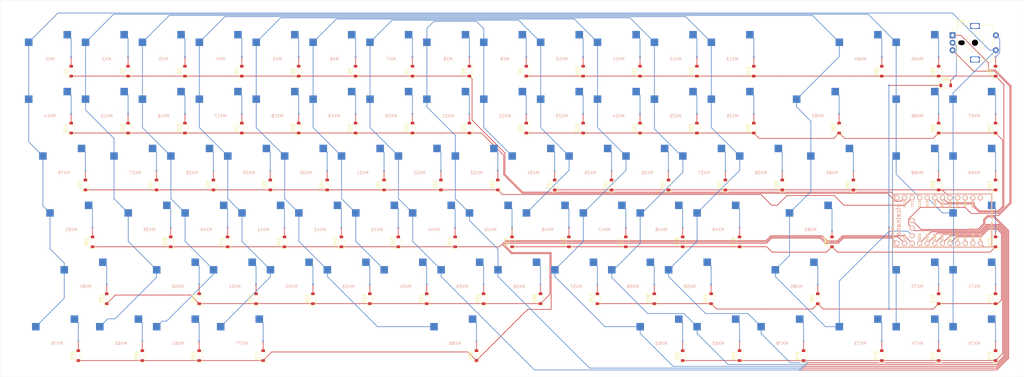
<source format=kicad_pcb>
(kicad_pcb (version 20241229) (generator "pcbnew") (generator_version "9.0")
  (layers (0 "F.Cu" signal) (2 "B.Cu" signal) (13 "F.Paste" user) (15 "B.Paste" user) (5 "F.SilkS" user "F.Silkscreen") (7 "B.SilkS" user "B.Silkscreen") (1 "F.Mask" user) (3 "B.Mask" user) (25 "Edge.Cuts" user))
  (net 0 "")
  (net 1 "Net-(D1-A)")
  (net 2 "/Row1")
  (net 3 "Net-(D2-A)")
  (net 4 "Net-(D3-A)")
  (net 5 "Net-(D4-A)")
  (net 6 "Net-(D5-A)")
  (net 7 "Net-(D6-A)")
  (net 8 "Net-(D7-A)")
  (net 9 "Net-(D8-A)")
  (net 10 "Net-(D14-A)")
  (net 11 "/Row2")
  (net 12 "Net-(D15-A)")
  (net 13 "Net-(D16-A)")
  (net 14 "Net-(D17-A)")
  (net 15 "Net-(D18-A)")
  (net 16 "Net-(D19-A)")
  (net 17 "Net-(D20-A)")
  (net 18 "Net-(D21-A)")
  (net 19 "Net-(D27-A)")
  (net 20 "/Row3")
  (net 21 "Net-(D28-A)")
  (net 22 "Net-(D29-A)")
  (net 23 "Net-(D30-A)")
  (net 24 "Net-(D31-A)")
  (net 25 "Net-(D32-A)")
  (net 26 "Net-(D33-A)")
  (net 27 "Net-(D79-A)")
  (net 28 "/Col1")
  (net 29 "/Col2")
  (net 30 "/Col3")
  (net 31 "/Col4")
  (net 32 "/Col5")
  (net 33 "/Col6")
  (net 34 "/Col7")
  (net 35 "/Col8")
  (net 36 "Net-(D38-A)")
  (net 37 "/Row4")
  (net 38 "Net-(D39-A)")
  (net 39 "Net-(D40-A)")
  (net 40 "Net-(D41-A)")
  (net 41 "Net-(D42-A)")
  (net 42 "Net-(D43-A)")
  (net 43 "Net-(D44-A)")
  (net 44 "/Row5")
  (net 45 "Net-(D50-A)")
  (net 46 "Net-(D51-A)")
  (net 47 "Net-(D52-A)")
  (net 48 "Net-(D53-A)")
  (net 49 "Net-(D54-A)")
  (net 50 "Net-(D55-A)")
  (net 51 "Net-(D56-A)")
  (net 52 "Net-(D60-A)")
  (net 53 "/Row6")
  (net 54 "Net-(D61-A)")
  (net 55 "Net-(D76-A)")
  (net 56 "Net-(D77-A)")
  (net 57 "Net-(D81-A)")
  (net 58 "Net-(D84-A)")
  (net 59 "Net-(D86-A)")
  (net 60 "Net-(D9-A)")
  (net 61 "/Row7")
  (net 62 "Net-(D10-A)")
  (net 63 "Net-(D11-A)")
  (net 64 "Net-(D12-A)")
  (net 65 "Net-(D13-A)")
  (net 66 "Net-(D64-A)")
  (net 67 "Net-(D65-A)")
  (net 68 "/RSw2")
  (net 69 "/RRotC")
  (net 70 "Net-(D22-A)")
  (net 71 "Net-(D23-A)")
  (net 72 "Net-(D24-A)")
  (net 73 "Net-(D25-A)")
  (net 74 "Net-(D26-A)")
  (net 75 "Net-(D34-A)")
  (net 76 "/Row9")
  (net 77 "Net-(D35-A)")
  (net 78 "Net-(D36-A)")
  (net 79 "Net-(D37-A)")
  (net 80 "Net-(D45-A)")
  (net 81 "/Row10")
  (net 82 "Net-(D46-A)")
  (net 83 "Net-(D47-A)")
  (net 84 "Net-(D48-A)")
  (net 85 "Net-(D49-A)")
  (net 86 "Net-(D57-A)")
  (net 87 "/Row11")
  (net 88 "Net-(D58-A)")
  (net 89 "Net-(D59-A)")
  (net 90 "/Row12")
  (net 91 "Net-(D62-A)")
  (net 92 "Net-(D63-A)")
  (net 93 "Net-(D66-A)")
  (net 94 "Net-(D67-A)")
  (net 95 "Net-(D68-A)")
  (net 96 "Net-(D69-A)")
  (net 97 "Net-(D70-A)")
  (net 98 "Net-(D71-A)")
  (net 99 "Net-(D72-A)")
  (net 100 "Net-(D73-A)")
  (net 101 "Net-(D74-A)")
  (net 102 "Net-(D75-A)")
  (net 103 "Net-(D78-A)")
  (net 104 "Net-(D80-A)")
  (net 105 "Net-(D82-A)")
  (net 106 "Net-(D83-A)")
  (net 107 "Net-(D85-A)")
  (net 108 "/Row8")
  (footprint "Diode_SMD:D_SOD-123" (layer "F.Cu") (at 354.80625 64.29375 90)
    (property "Reference" "D67")
    (property "Value" "1N4148W")
  )
  (footprint "Diode_SMD:D_SOD-123" (layer "F.Cu") (at 354.80625 45.24375 90)
    (property "Reference" "D87")
    (property "Value" "1N4148W")
  )
  (footprint "MX_Only:MXOnly-1U-Hotswap" (layer "F.Cu") (at 128.5875 95.25)
    (property "Reference" "MX42")
    (property "Value" "MX-NoLED")
  )
  (footprint "MX_Only:MXOnly-1U-Hotswap" (layer "F.Cu") (at 209.55 57.15)
    (property "Reference" "MX23")
    (property "Value" "MX-NoLED")
  )
  (footprint "MX_Only:MXOnly-1U-Hotswap" (layer "F.Cu") (at 66.675 76.2)
    (property "Reference" "MX27")
    (property "Value" "MX-NoLED")
  )
  (footprint "MX_Only:MXOnly-1U-Hotswap" (layer "F.Cu") (at 180.975 76.2)
    (property "Reference" "MX33")
    (property "Value" "MX-NoLED")
  )
  (footprint "MX_Only:MXOnly-1U-Hotswap" (layer "F.Cu") (at 104.775 76.2)
    (property "Reference" "MX29")
    (property "Value" "MX-NoLED")
  )
  (footprint "MX_Only:MXOnly-1U-Hotswap" (layer "F.Cu") (at 247.65 57.15)
    (property "Reference" "MX25")
    (property "Value" "MX-NoLED")
  )
  (footprint "Diode_SMD:D_SOD-123" (layer "F.Cu") (at 83.34375 45.24375 90)
    (property "Reference" "D3")
    (property "Value" "1N4148W")
  )
  (footprint "MX_Only:MXOnly-1U-Hotswap" (layer "F.Cu") (at 71.4375 95.25)
    (property "Reference" "MX39")
    (property "Value" "MX-NoLED")
  )
  (footprint "Diode_SMD:D_SOD-123" (layer "F.Cu") (at 300.0375 102.39375 90)
    (property "Reference" "D83")
    (property "Value" "1N4148W")
  )
  (footprint "Diode_SMD:D_SOD-123" (layer "F.Cu") (at 64.29375 64.29375 90)
    (property "Reference" "D15")
    (property "Value" "1N4148W")
  )
  (footprint "Diode_SMD:D_SOD-123" (layer "F.Cu") (at 216.69375 64.29375 90)
    (property "Reference" "D23")
    (property "Value" "1N4148W")
  )
  (footprint "Diode_SMD:D_SOD-123" (layer "F.Cu") (at 173.83125 102.39375 90)
    (property "Reference" "D44")
    (property "Value" "1N4148W")
  )
  (footprint "MX_Only:MXOnly-1U-Hotswap" (layer "F.Cu") (at 238.125 76.2)
    (property "Reference" "MX36")
    (property "Value" "MX-NoLED")
  )
  (footprint "Diode_SMD:D_SOD-123" (layer "F.Cu") (at 164.30625 121.44375 90)
    (property "Reference" "D54")
    (property "Value" "1N4148W")
  )
  (footprint "Diode_SMD:D_SOD-123" (layer "F.Cu") (at 107.15625 121.44375 90)
    (property "Reference" "D51")
    (property "Value" "1N4148W")
  )
  (footprint "MX_Only:MXOnly-1U-Hotswap" (layer "F.Cu") (at 214.3125 114.3)
    (property "Reference" "MX57")
    (property "Value" "MX-NoLED")
  )
  (footprint "MX_Only:MXOnly-1U-Hotswap" (layer "F.Cu") (at 309.5625 133.35)
    (property "Reference" "MX73")
    (property "Value" "MX-NoLED")
  )
  (footprint "Diode_SMD:D_SOD-123" (layer "F.Cu") (at 92.86875 83.34375 90)
    (property "Reference" "D28")
    (property "Value" "1N4148W")
  )
  (footprint "Diode_SMD:D_SOD-123" (layer "F.Cu") (at 97.63125 102.39375 90)
    (property "Reference" "D40")
    (property "Value" "1N4148W")
  )
  (footprint "Diode_SMD:D_SOD-123" (layer "F.Cu") (at 154.78125 102.39375 90)
    (property "Reference" "D43")
    (property "Value" "1N4148W")
  )
  (footprint "MX_Only:MXOnly-1.25U-Hotswap" (layer "F.Cu") (at 40.48125 133.35)
    (property "Reference" "MX76")
    (property "Value" "MX-NoLED")
  )
  (footprint "Diode_SMD:D_SOD-123" (layer "F.Cu") (at 259.55625 121.44375 90)
    (property "Reference" "D59")
    (property "Value" "1N4148W")
  )
  (footprint "MX_Only:MXOnly-1U-Hotswap" (layer "F.Cu") (at 266.7 38.1)
    (property "Reference" "MX13")
    (property "Value" "MX-NoLED")
  )
  (footprint "Diode_SMD:D_SOD-123" (layer "F.Cu") (at 88.10625 140.49375 90)
    (property "Reference" "D61")
    (property "Value" "1N4148W")
  )
  (footprint "MX_Only:MXOnly-1U-Hotswap" (layer "F.Cu") (at 76.2 57.15)
    (property "Reference" "MX16")
    (property "Value" "MX-NoLED")
  )
  (footprint "MX_Only:MXOnly-1U-Hotswap" (layer "F.Cu") (at 138.1125 114.3)
    (property "Reference" "MX53")
    (property "Value" "MX-NoLED")
  )
  (footprint "Diode_SMD:D_SOD-123" (layer "F.Cu") (at 264.31875 83.34375 90)
    (property "Reference" "D37")
    (property "Value" "1N4148W")
  )
  (footprint "Diode_SMD:D_SOD-123" (layer "F.Cu") (at 83.34375 64.29375 90)
    (property "Reference" "D16")
    (property "Value" "1N4148W")
  )
  (footprint "Diode_SMD:D_SOD-123" (layer "F.Cu") (at 52.3875 102.39375 90)
    (property "Reference" "D81")
    (property "Value" "1N4148W")
  )
  (footprint "MX_Only:MXOnly-1U-Hotswap" (layer "F.Cu") (at 252.4125 114.3)
    (property "Reference" "MX59")
    (property "Value" "MX-NoLED")
  )
  (footprint "Diode_SMD:D_SOD-123" (layer "F.Cu") (at 290.5125 140.49375 90)
    (property "Reference" "D78")
    (property "Value" "1N4148W")
  )
  (footprint "Diode_SMD:D_SOD-123" (layer "F.Cu") (at 269.08125 140.49375 90)
    (property "Reference" "D63")
    (property "Value" "1N4148W")
  )
  (footprint "Diode_SMD:D_SOD-123" (layer "F.Cu") (at 45.24375 45.24375 90)
    (property "Reference" "D1")
    (property "Value" "1N4148W")
  )
  (footprint "Diode_SMD:D_SOD-123" (layer "F.Cu") (at 202.40625 121.44375 90)
    (property "Reference" "D56")
    (property "Value" "1N4148W")
  )
  (footprint "MX_Only:MXOnly-1.5U-Hotswap" (layer "F.Cu") (at 300.0375 76.2)
    (property "Reference" "MX80")
    (property "Value" "MX-NoLED")
  )
  (footprint "MX_Only:MXOnly-2U-Hotswap" (layer "F.Cu") (at 295.275 57.15)
    (property "Reference" "MX82")
    (property "Value" "MX-NoLED")
  )
  (footprint "Diode_SMD:D_SOD-123" (layer "F.Cu") (at 316.70625 45.24375 90)
    (property "Reference" "D64")
    (property "Value" "1N4148W")
  )
  (footprint "Diode_SMD:D_SOD-123" (layer "F.Cu") (at 235.74375 64.29375 90)
    (property "Reference" "D24")
    (property "Value" "1N4148W")
  )
  (footprint "MX_Only:MXOnly-1U-Hotswap" (layer "F.Cu") (at 133.35 38.1)
    (property "Reference" "MX6")
    (property "Value" "MX-NoLED")
  )
  (footprint "MX_Only:MXOnly-1U-Hotswap" (layer "F.Cu") (at 328.6125 114.3)
    (property "Reference" "MX72")
    (property "Value" "MX-NoLED")
  )
  (footprint "MX_Only:MXOnly-1U-Hotswap" (layer "F.Cu") (at 157.1625 114.3)
    (property "Reference" "MX54")
    (property "Value" "MX-NoLED")
  )
  (footprint "Diode_SMD:D_SOD-123" (layer "F.Cu") (at 140.49375 45.24375 90)
    (property "Reference" "D6")
    (property "Value" "1N4148W")
  )
  (footprint "Diode_SMD:D_SOD-123" (layer "F.Cu") (at 126.20625 121.44375 90)
    (property "Reference" "D52")
    (property "Value" "1N4148W")
  )
  (footprint "MX_Only:MXOnly-1U-Hotswap" (layer "F.Cu") (at 100.0125 114.3)
    (property "Reference" "MX51")
    (property "Value" "MX-NoLED")
  )
  (footprint "Diode_SMD:D_SOD-123" (layer "F.Cu") (at 102.39375 45.24375 90)
    (property "Reference" "D4")
    (property "Value" "1N4148W")
  )
  (footprint "Diode_SMD:D_SOD-123" (layer "F.Cu") (at 254.79375 45.24375 90)
    (property "Reference" "D12")
    (property "Value" "1N4148W")
  )
  (footprint "Diode_SMD:D_SOD-123" (layer "F.Cu") (at 135.73125 102.39375 90)
    (property "Reference" "D42")
    (property "Value" "1N4148W")
  )
  (footprint "MX_Only:MXOnly-1U-Hotswap" (layer "F.Cu") (at 328.6125 133.35)
    (property "Reference" "MX74")
    (property "Value" "MX-NoLED")
  )
  (footprint "MX_Only:MXOnly-1U-Hotswap" (layer "F.Cu") (at 219.075 76.2)
    (property "Reference" "MX35")
    (property "Value" "MX-NoLED")
  )
  (footprint "MX_Only:MXOnly-1U-Hotswap" (layer "F.Cu") (at 261.9375 133.35)
    (property "Reference" "MX63")
    (property "Value" "MX-NoLED")
  )
  (footprint "Diode_SMD:D_SOD-123" (layer "F.Cu") (at 192.88125 102.39375 90)
    (property "Reference" "D45")
    (property "Value" "1N4148W")
  )
  (footprint "Diode_SMD:D_SOD-123" (layer "F.Cu") (at 145.25625 121.44375 90)
    (property "Reference" "D53")
    (property "Value" "1N4148W")
  )
  (footprint "Diode_SMD:D_SOD-123" (layer "F.Cu") (at 169.06875 83.34375 90)
    (property "Reference" "D32")
    (property "Value" "1N4148W")
  )
  (footprint "Diode_SMD:D_SOD-123" (layer "F.Cu") (at 207.16875 83.34375 90)
    (property "Reference" "D34")
    (property "Value" "1N4148W")
  )
  (footprint "MX_Only:MXOnly-1U-Hotswap" (layer "F.Cu") (at 190.5 57.15)
    (property "Reference" "MX22")
    (property "Value" "MX-NoLED")
  )
  (footprint "MX_Only:MXOnly-1U-Hotswap" (layer "F.Cu") (at 204.7875 95.25)
    (property "Reference" "MX46")
    (property "Value" "MX-NoLED")
  )
  (footprint "Diode_SMD:D_SOD-123" (layer "F.Cu") (at 295.275 121.44375 90)
    (property "Reference" "D85")
    (property "Value" "1N4148W")
  )
  (footprint "MX_Only:MXOnly-1U-Hotswap" (layer "F.Cu") (at 247.65 38.1)
    (property "Reference" "MX12")
    (property "Value" "MX-NoLED")
  )
  (footprint "Diode_SMD:D_SOD-123" (layer "F.Cu") (at 211.93125 102.39375 90)
    (property "Reference" "D46")
    (property "Value" "1N4148W")
  )
  (footprint "Diode_SMD:D_SOD-123" (layer "F.Cu") (at 188.11875 83.34375 90)
    (property "Reference" "D33")
    (property "Value" "1N4148W")
  )
  (footprint "Diode_SMD:D_SOD-123" (layer "F.Cu") (at 316.70625 140.49375 90)
    (property "Reference" "D73")
    (property "Value" "1N4148W")
  )
  (footprint "MX_Only:MXOnly-1U-Hotswap" (layer "F.Cu") (at 190.5 38.1)
    (property "Reference" "MX9")
    (property "Value" "MX-NoLED")
  )
  (footprint "MX_Only:MXOnly-1U-Hotswap" (layer "F.Cu") (at 309.5625 38.1)
    (property "Reference" "MX64")
    (property "Value" "MX-NoLED")
  )
  (footprint "Diode_SMD:D_SOD-123" (layer "F.Cu") (at 216.69375 45.24375 90)
    (property "Reference" "D10")
    (property "Value" "1N4148W")
  )
  (footprint "Diode_SMD:D_SOD-123" (layer "F.Cu") (at 69.05625 140.49375 90)
    (property "Reference" "D60")
    (property "Value" "1N4148W")
  )
  (footprint "Diode_SMD:D_SOD-123" (layer "F.Cu") (at 254.79375 64.29375 90)
    (property "Reference" "D25")
    (property "Value" "1N4148W")
  )
  (footprint "MX_Only:MXOnly-1U-Hotswap" (layer "F.Cu") (at 123.825 76.2)
    (property "Reference" "MX30")
    (property "Value" "MX-NoLED")
  )
  (footprint "MX_Only:MXOnly-1U-Hotswap" (layer "F.Cu") (at 38.1 57.15)
    (property "Reference" "MX14")
    (property "Value" "MX-NoLED")
  )
  (footprint "Diode_SMD:D_SOD-123" (layer "F.Cu") (at 130.96875 83.34375 90)
    (property "Reference" "D30")
    (property "Value" "1N4148W")
  )
  (footprint "Diode_SMD:D_SOD-123" (layer "F.Cu") (at 269.08125 102.39375 90)
    (property "Reference" "D49")
    (property "Value" "1N4148W")
  )
  (footprint "Diode_SMD:D_SOD-123" (layer "F.Cu") (at 354.80625 83.34375 90)
    (property "Reference" "D69")
    (property "Value" "1N4148W")
  )
  (footprint "MX_Only:MXOnly-1U-Hotswap" (layer "F.Cu") (at 171.45 38.1)
    (property "Reference" "MX8")
    (property "Value" "MX-NoLED")
  )
  (footprint "MX_Only:MXOnly-1U-Hotswap" (layer "F.Cu") (at 185.7375 95.25)
    (property "Reference" "MX45")
    (property "Value" "MX-NoLED")
  )
  (footprint "MX_Only:MXOnly-1U-Hotswap" (layer "F.Cu") (at 152.4 57.15)
    (property "Reference" "MX20")
    (property "Value" "MX-NoLED")
  )
  (footprint "Diode_SMD:D_SOD-123" (layer "F.Cu") (at 273.84375 45.24375 90)
    (property "Reference" "D13")
    (property "Value" "1N4148W")
  )
  (footprint "MX_Only:MXOnly-1U-Hotswap" (layer "F.Cu") (at 328.6125 38.1)
    (property "Reference" "MX65")
    (property "Value" "MX-NoLED")
  )
  (footprint "MX_Only:MXOnly-1.25U-Hotswap" (layer "F.Cu") (at 283.36875 133.35)
    (property "Reference" "MX78")
    (property "Value" "MX-NoLED")
  )
  (footprint "Diode_SMD:D_SOD-123" (layer "F.Cu") (at 57.15 121.44375 90)
    (property "Reference" "D84")
    (property "Value" "1N4148W")
  )
  (footprint "MX_Only:MXOnly-1U-Hotswap" (layer "F.Cu") (at 200.025 76.2)
    (property "Reference" "MX34")
    (property "Value" "MX-NoLED")
  )
  (footprint "Diode_SMD:D_SOD-123" (layer "F.Cu") (at 64.29375 45.24375 90)
    (property "Reference" "D2")
    (property "Value" "1N4148W")
  )
  (footprint "Diode_SMD:D_SOD-123" (layer "F.Cu") (at 250.03125 140.49375 90)
    (property "Reference" "D62")
    (property "Value" "1N4148W")
  )
  (footprint "Diode_SMD:D_SOD-123" (layer "F.Cu") (at 111.91875 83.34375 90)
    (property "Reference" "D29")
    (property "Value" "1N4148W")
  )
  (footprint "MX_Only:MXOnly-2.25U-Hotswap" (layer "F.Cu") (at 50.00625 114.3)
    (property "Reference" "MX84")
    (property "Value" "MX-NoLED")
  )
  (footprint "Diode_SMD:D_SOD-123" (layer "F.Cu") (at 78.58125 102.39375 90)
    (property "Reference" "D39")
    (property "Value" "1N4148W")
  )
  (footprint "MX_Only:MXOnly-1U-Hotswap" (layer "F.Cu") (at 119.0625 114.3)
    (property "Reference" "MX52")
    (property "Value" "MX-NoLED")
  )
  (footprint "Diode_SMD:D_SOD-123" (layer "F.Cu") (at 235.74375 45.24375 90)
    (property "Reference" "D11")
    (property "Value" "1N4148W")
  )
  (footprint "MX_Only:MXOnly-1U-Hotswap" (layer "F.Cu") (at 80.9625 133.35)
    (property "Reference" "MX61")
    (property "Value" "MX-NoLED")
  )
  (footprint "Diode_SMD:D_SOD-123" (layer "F.Cu") (at 354.80625 102.39375 90)
    (property "Reference" "D70")
    (property "Value" "1N4148W")
  )
  (footprint "Diode_SMD:D_SOD-123" (layer "F.Cu") (at 183.35625 121.44375 90)
    (property "Reference" "D55")
    (property "Value" "1N4148W")
  )
  (footprint "MX_Only:MXOnly-1U-Hotswap" (layer "F.Cu") (at 152.4 38.1)
    (property "Reference" "MX7")
    (property "Value" "MX-NoLED")
  )
  (footprint "MX_Only:MXOnly-1U-Hotswap" (layer "F.Cu") (at 90.4875 95.25)
    (property "Reference" "MX40")
    (property "Value" "MX-NoLED")
  )
  (footprint "Diode_SMD:D_SOD-123" (layer "F.Cu") (at 354.80625 140.49375 90)
    (property "Reference" "D75")
    (property "Value" "1N4148W")
  )
  (footprint "MX_Only:MXOnly-1U-Hotswap" (layer "F.Cu") (at 147.6375 95.25)
    (property "Reference" "MX43")
    (property "Value" "MX-NoLED")
  )
  (footprint "MX_Only:MXOnly-1U-Hotswap" (layer "F.Cu") (at 85.725 76.2)
    (property "Reference" "MX28")
    (property "Value" "MX-NoLED")
  )
  (footprint "MX_Only:MXOnly-1U-Hotswap" (layer "F.Cu") (at 328.6125 57.15)
    (property "Reference" "MX66")
    (property "Value" "MX-NoLED")
  )
  (footprint "MX_Only:MXOnly-1U-Hotswap" (layer "F.Cu") (at 328.6125 76.2)
    (property "Reference" "MX68")
    (property "Value" "MX-NoLED")
  )
  (footprint "Diode_SMD:D_SOD-123" (layer "F.Cu") (at 335.75625 121.44375 90)
    (property "Reference" "D72")
    (property "Value" "1N4148W")
  )
  (footprint "Diode_SMD:D_SOD-123" (layer "F.Cu") (at 240.50625 121.44375 90)
    (property "Reference" "D58")
    (property "Value" "1N4148W")
  )
  (footprint "MX_Only:MXOnly-1U-Hotswap" (layer "F.Cu") (at 347.6625 57.15)
    (property "Reference" "MX67")
    (property "Value" "MX-NoLED")
  )
  (footprint "Diode_SMD:D_SOD-123" (layer "F.Cu") (at 197.64375 64.29375 90)
    (property "Reference" "D22")
    (property "Value" "1N4148W")
  )
  (footprint "MX_Only:MXOnly-1U-Hotswap" (layer "F.Cu") (at 161.925 76.2)
    (property "Reference" "MX32")
    (property "Value" "MX-NoLED")
  )
  (footprint "MX_Only:MXOnly-1U-Hotswap" (layer "F.Cu") (at 233.3625 114.3)
    (property "Reference" "MX58")
    (property "Value" "MX-NoLED")
  )
  (footprint "MX_Only:MXOnly-1U-Hotswap" (layer "F.Cu") (at 276.225 76.2)
    (property "Reference" "MX38")
    (property "Value" "MX-NoLED")
  )
  (footprint "Diode_SMD:D_SOD-123" (layer "F.Cu") (at 121.44375 45.24375 90)
    (property "Reference" "D5")
    (property "Value" "1N4148W")
  )
  (footprint "MX_Only:MXOnly-1U-Hotswap" (layer "F.Cu") (at 261.9375 95.25)
    (property "Reference" "MX49")
    (property "Value" "MX-NoLED")
  )
  (footprint "Diode_SMD:D_SOD-123" (layer "F.Cu") (at 283.36875 83.34375 90)
    (property "Reference" "D38")
    (property "Value" "1N4148W")
  )
  (footprint "MX_Only:MXOnly-1U-Hotswap" (layer "F.Cu") (at 347.6625 133.35)
    (property "Reference" "MX75")
    (property "Value" "MX-NoLED")
  )
  (footprint "MX_Only:MXOnly-1U-Hotswap" (layer "F.Cu") (at 114.3 57.15)
    (property "Reference" "MX18")
    (property "Value" "MX-NoLED")
  )
  (footprint "Diode_SMD:D_SOD-123" (layer "F.Cu") (at 335.75625 83.34375 90)
    (property "Reference" "D68")
    (property "Value" "1N4148W")
  )
  (footprint "MX_Only:MXOnly-1U-Hotswap" (layer "F.Cu") (at 171.45 57.15)
    (property "Reference" "MX21")
    (property "Value" "MX-NoLED")
  )
  (footprint "MX_Only:MXOnly-1U-Hotswap" (layer "F.Cu") (at 228.6 38.1)
    (property "Reference" "MX11")
    (property "Value" "MX-NoLED")
  )
  (footprint "MX_Only:MXOnly-1.75U-Hotswap" (layer "F.Cu") (at 45.24375 95.25)
    (property "Reference" "MX81")
    (property "Value" "MX-NoLED")
  )
  (footprint "Diode_SMD:D_SOD-123" (layer "F.Cu") (at 245.26875 83.34375 90)
    (property "Reference" "D36")
    (property "Value" "1N4148W")
  )
  (footprint "Diode_SMD:D_SOD-123" (layer "F.Cu") (at 159.54375 45.24375 90)
    (property "Reference" "D7")
    (property "Value" "1N4148W")
  )
  (footprint "MX_Only:MXOnly-1U-Hotswap" (layer "F.Cu") (at 228.6 57.15)
    (property "Reference" "MX24")
    (property "Value" "MX-NoLED")
  )
  (footprint "MX_Only:MXOnly-1.5U-Hotswap" (layer "F.Cu") (at 42.8625 76.2)
    (property "Reference" "MX79")
    (property "Value" "MX-NoLED")
  )
  (footprint "Diode_SMD:D_SOD-123" (layer "F.Cu") (at 180.975 140.49375 90)
    (property "Reference" "D86")
    (property "Value" "1N4148W")
  )
  (footprint "MX_Only:MXOnly-1U-Hotswap" (layer "F.Cu") (at 76.2 38.1)
    (property "Reference" "MX3")
    (property "Value" "MX-NoLED")
  )
  (footprint "Diode_SMD:D_SOD-123" (layer "F.Cu") (at 354.80625 121.44375 90)
    (property "Reference" "D71")
    (property "Value" "1N4148W")
  )
  (footprint "MX_Only:MXOnly-1U-Hotswap" (layer "F.Cu") (at 347.6625 95.25)
    (property "Reference" "MX70")
    (property "Value" "MX-NoLED")
  )
  (footprint "MX_Only:MXOnly-1U-Hotswap" (layer "F.Cu") (at 57.15 57.15)
    (property "Reference" "MX15")
    (property "Value" "MX-NoLED")
  )
  (footprint "Diode_SMD:D_SOD-123" (layer "F.Cu") (at 73.81875 83.34375 90)
    (property "Reference" "D27")
    (property "Value" "1N4148W")
  )
  (footprint "Diode_SMD:D_SOD-123" (layer "F.Cu") (at 88.10625 121.44375 90)
    (property "Reference" "D50")
    (property "Value" "1N4148W")
  )
  (footprint "MX_Only:MXOnly-1U-Hotswap" (layer "F.Cu") (at 133.35 57.15)
    (property "Reference" "MX19")
    (property "Value" "MX-NoLED")
  )
  (footprint "Diode_SMD:D_SOD-123" (layer "F.Cu") (at 226.21875 83.34375 90)
    (property "Reference" "D35")
    (property "Value" "1N4148W")
  )
  (footprint "Diode_SMD:D_SOD-123" (layer "F.Cu") (at 178.59375 45.24375 90)
    (property "Reference" "D8")
    (property "Value" "1N4148W")
  )
  (footprint "Diode_SMD:D_SOD-123" (layer "F.Cu") (at 102.39375 64.29375 90)
    (property "Reference" "D17")
    (property "Value" "1N4148W")
  )
  (footprint "MX_Only:MXOnly-2.25U-Hotswap" (layer "F.Cu") (at 292.89375 95.25)
    (property "Reference" "MX83")
    (property "Value" "MX-NoLED")
  )
  (footprint "MX_Only:MXOnly-1U-Hotswap" (layer "F.Cu") (at 61.9125 133.35)
    (property "Reference" "MX60")
    (property "Value" "MX-NoLED")
  )
  (footprint "Diode_SMD:D_SOD-123" (layer "F.Cu") (at 307.18125 83.34375 90)
    (property "Reference" "D80")
    (property "Value" "1N4148W")
  )
  (footprint "MX_Only:MXOnly-1U-Hotswap" (layer "F.Cu") (at 347.6625 76.2)
    (property "Reference" "MX69")
    (property "Value" "MX-NoLED")
  )
  (footprint "MX_Only:MXOnly-1U-Hotswap" (layer "F.Cu") (at 223.8375 95.25)
    (property "Reference" "MX47")
    (property "Value" "MX-NoLED")
  )
  (footprint "Diode_SMD:D_SOD-123" (layer "F.Cu") (at 150.01875 83.34375 90)
    (property "Reference" "D31")
    (property "Value" "1N4148W")
  )
  (footprint "Diode_SMD:D_SOD-123" (layer "F.Cu") (at 273.84375 64.29375 90)
    (property "Reference" "D26")
    (property "Value" "1N4148W")
  )
  (footprint "MX_Only:MXOnly-1U-Hotswap" (layer "F.Cu") (at 195.2625 114.3)
    (property "Reference" "MX56")
    (property "Value" "MX-NoLED")
  )
  (footprint "MX_Only:MXOnly-1U-Hotswap" (layer "F.Cu") (at 209.55 38.1)
    (property "Reference" "MX10")
    (property "Value" "MX-NoLED")
  )
  (footprint "MX_Only:MXOnly-1U-Hotswap" (layer "F.Cu") (at 80.9625 114.3)
    (property "Reference" "MX50")
    (property "Value" "MX-NoLED")
  )
  (footprint "MX_Only:MXOnly-6.25U-Hotswap" (layer "F.Cu") (at 173.83125 133.35)
    (property "Reference" "MX86")
    (property "Value" "MX-NoLED")
  )
  (footprint "Diode_SMD:D_SOD-123" (layer "F.Cu") (at 109.5375 140.49375 90)
    (property "Reference" "D77")
    (property "Value" "1N4148W")
  )
  (footprint "MX_Only:MXOnly-1U-Hotswap" (layer "F.Cu") (at 242.8875 95.25)
    (property "Reference" "MX48")
    (property "Value" "MX-NoLED")
  )
  (footprint "MX_Only:MXOnly-1U-Hotswap" (layer "F.Cu") (at 114.3 38.1)
    (property "Reference" "MX5")
    (property "Value" "MX-NoLED")
  )
  (footprint "Diode_SMD:D_SOD-123" (layer "F.Cu") (at 250.03125 102.39375 90)
    (property "Reference" "D48")
    (property "Value" "1N4148W")
  )
  (footprint "MX_Only:MXOnly-1U-Hotswap" (layer "F.Cu") (at 109.5375 95.25)
    (property "Reference" "MX41")
    (property "Value" "MX-NoLED")
  )
  (footprint "Diode_SMD:D_SOD-123" (layer "F.Cu") (at 159.54375 64.29375 90)
    (property "Reference" "D20")
    (property "Value" "1N4148W")
  )
  (footprint "Diode_SMD:D_SOD-123" (layer "F.Cu") (at 45.24375 64.29375 90)
    (property "Reference" "D14")
    (property "Value" "1N4148W")
  )
  (footprint "Diode_SMD:D_SOD-123" (layer "F.Cu") (at 230.98125 102.39375 90)
    (property "Reference" "D47")
    (property "Value" "1N4148W")
  )
  (footprint "Diode_SMD:D_SOD-123" (layer "F.Cu") (at 335.75625 45.24375 90)
    (property "Reference" "D65")
    (property "Value" "1N4148W")
  )
  (footprint "MX_Only:MXOnly-2.75U-Hotswap" (layer "F.Cu") (at 288.13125 114.3)
    (property "Reference" "MX85")
    (property "Value" "MX-NoLED")
  )
  (footprint "Diode_SMD:D_SOD-123" (layer "F.Cu") (at 335.75625 64.29375 90)
    (property "Reference" "D66")
    (property "Value" "1N4148W")
  )
  (footprint "MX_Only:MXOnly-1U-Hotswap" (layer "F.Cu") (at 95.25 38.1)
    (property "Reference" "MX4")
    (property "Value" "MX-NoLED")
  )
  (footprint "MX_Only:MXOnly-1U-Hotswap" (layer "F.Cu") (at 242.8875 133.35)
    (property "Reference" "MX62")
    (property "Value" "MX-NoLED")
  )
  (footprint "Diode_SMD:D_SOD-123" (layer "F.Cu") (at 335.75625 140.49375 90)
    (property "Reference" "D74")
    (property "Value" "1N4148W")
  )
  (footprint "MX_Only:MXOnly-1U-Hotswap" (layer "F.Cu") (at 266.7 57.15)
    (property "Reference" "MX26")
    (property "Value" "MX-NoLED")
  )
  (footprint "Diode_SMD:D_SOD-123" (layer "F.Cu") (at 47.625 140.49375 90)
    (property "Reference" "D76")
    (property "Value" "1N4148W")
  )
  (footprint "MX_Only:MXOnly-1U-Hotswap" (layer "F.Cu") (at 38.1 38.1)
    (property "Reference" "MX1")
    (property "Value" "MX-NoLED")
  )
  (footprint "Rotary_Encoder:RotaryEncoder_Alps_EC11E-Switch_Vertical_H20mm_MountingHoles" (layer "F.Cu") (at 340.4125 33.21875)
    (property "Reference" "SW1")
    (property "Value" "RotaryEncoder_Switch")
  )
  (footprint "Diode_SMD:D_SOD-123" (layer "F.Cu") (at 302.41875 64.29375 90)
    (property "Reference" "D82")
    (property "Value" "1N4148W")
  )
  (footprint "Diode_SMD:D_SOD-123" (layer "F.Cu") (at 338.1375 50.00625)
    (property "Reference" "D88")
    (property "Value" "1N4148W")
  )
  (footprint "MX_Only:MXOnly-1U-Hotswap" (layer "F.Cu") (at 95.25 57.15)
    (property "Reference" "MX17")
    (property "Value" "MX-NoLED")
  )
  (footprint "Diode_SMD:D_SOD-123" (layer "F.Cu") (at 121.44375 64.29375 90)
    (property "Reference" "D18")
    (property "Value" "1N4148W")
  )
  (footprint "Diode_SMD:D_SOD-123" (layer "F.Cu") (at 197.64375 45.24375 90)
    (property "Reference" "D9")
    (property "Value" "1N4148W")
  )
  (footprint "Diode_SMD:D_SOD-123" (layer "F.Cu") (at 50.00625 83.34375 90)
    (property "Reference" "D79")
    (property "Value" "1N4148W")
  )
  (footprint "MX_Only:MXOnly-1U-Hotswap" (layer "F.Cu") (at 166.6875 95.25)
    (property "Reference" "MX44")
    (property "Value" "MX-NoLED")
  )
  (footprint "Diode_SMD:D_SOD-123" (layer "F.Cu") (at 178.59375 64.29375 90)
    (property "Reference" "D21")
    (property "Value" "1N4148W")
  )
  (footprint "MX_Only:MXOnly-1U-Hotswap" (layer "F.Cu") (at 347.6625 114.3)
    (property "Reference" "MX71")
    (property "Value" "MX-NoLED")
  )
  (footprint "Diode_SMD:D_SOD-123" (layer "F.Cu") (at 140.49375 64.29375 90)
    (property "Reference" "D19")
    (property "Value" "1N4148W")
  )
  (footprint "Diode_SMD:D_SOD-123" (layer "F.Cu") (at 221.45625 121.44375 90)
    (property "Reference" "D57")
    (property "Value" "1N4148W")
  )
  (footprint "MX_Only:MXOnly-1U-Hotswap" (layer "F.Cu") (at 57.15 38.1)
    (property "Reference" "MX2")
    (property "Value" "MX-NoLED")
  )
  (footprint "Diode_SMD:D_SOD-123" (layer "F.Cu") (at 116.68125 102.39375 90)
    (property "Reference" "D41")
    (property "Value" "1N4148W")
  )
  (footprint "MX_Only:MXOnly-1U-Hotswap" (layer "F.Cu") (at 142.875 76.2)
    (property "Reference" "MX31")
    (property "Value" "MX-NoLED")
  )
  (footprint "MX_Only:MXOnly-1U-Hotswap" (layer "F.Cu") (at 257.175 76.2)
    (property "Reference" "MX37")
    (property "Value" "MX-NoLED")
  )
  (footprint "MX_Only:MXOnly-1U-Hotswap" (layer "F.Cu") (at 176.2125 114.3)
    (property "Reference" "MX55")
    (property "Value" "MX-NoLED")
  )
  (footprint "MX_Only:MXOnly-1.25U-Hotswap" (layer "F.Cu") (at 102.39375 133.35)
    (property "Reference" "MX77")
    (property "Value" "MX-NoLED")
  )
  (footprint "nice-nano-kicad-master:nice_nano" (layer "B.Cu") (at 335.75625 95.25 180)
    (property "Reference" "U1" (hide yes))
    (property "Value" "nice_nano" (hide yes))
  )
  (gr_rect (start 21.43125 21.43125) (end 364.33125 147.6375) (stroke (width 0.05)) (fill no) (layer "Edge.Cuts"))
  (segment (start 45.24375 40.48125) (end 45.24375 43.59375) (width 0.2) (layer "F.Cu") (net 1))
  (via (at 45.24375 40.48125) (size 0.6) (drill 0.3) (layers "F.Cu" "B.Cu") (net 1))
  (segment (start 45.24375 34.32175) (end 45.24375 40.48125) (width 0.2) (layer "B.Cu") (net 1))
  (segment (start 43.942 33.02) (end 45.24375 34.32175) (width 0.2) (layer "B.Cu") (net 1))
  (segment (start 196.472875 85.74475) (end 210.720875 85.74475) (width 0.2) (layer "F.Cu") (net 2))
  (segment (start 45.24375 46.89375) (end 178.59375 46.89375) (width 0.2) (layer "F.Cu") (net 2))
  (segment (start 319.901 85.74475) (end 321.78625 87.63) (width 0.2) (layer "F.Cu") (net 2))
  (segment (start 179.49475 61.622875) (end 190.5 72.628125) (width 0.2) (layer "F.Cu") (net 2))
  (segment (start 210.760375 85.74475) (end 319.901 85.74475) (width 0.2) (layer "F.Cu") (net 2))
  (segment (start 179.49475 47.79475) (end 179.49475 61.622875) (width 0.2) (layer "F.Cu") (net 2))
  (segment (start 210.720875 85.74475) (end 210.740625 85.725) (width 0.2) (layer "F.Cu") (net 2))
  (segment (start 190.5 79.771875) (end 196.472875 85.74475) (width 0.2) (layer "F.Cu") (net 2))
  (segment (start 190.5 72.628125) (end 190.5 79.771875) (width 0.2) (layer "F.Cu") (net 2))
  (segment (start 210.740625 85.725) (end 210.760375 85.74475) (width 0.2) (layer "F.Cu") (net 2))
  (segment (start 178.59375 46.89375) (end 179.49475 47.79475) (width 0.2) (layer "F.Cu") (net 2))
  (segment (start 64.29375 40.48125) (end 64.29375 43.59375) (width 0.2) (layer "F.Cu") (net 3))
  (via (at 64.29375 40.48125) (size 0.6) (drill 0.3) (layers "F.Cu" "B.Cu") (net 3))
  (segment (start 64.29375 34.32175) (end 64.29375 40.48125) (width 0.2) (layer "B.Cu") (net 3))
  (segment (start 62.992 33.02) (end 64.29375 34.32175) (width 0.2) (layer "B.Cu") (net 3))
  (segment (start 83.34375 40.48125) (end 83.34375 43.59375) (width 0.2) (layer "F.Cu") (net 4))
  (via (at 83.34375 40.48125) (size 0.6) (drill 0.3) (layers "F.Cu" "B.Cu") (net 4))
  (segment (start 83.34375 34.32175) (end 83.34375 40.48125) (width 0.2) (layer "B.Cu") (net 4))
  (segment (start 82.042 33.02) (end 83.34375 34.32175) (width 0.2) (layer "B.Cu") (net 4))
  (segment (start 102.39375 40.48125) (end 102.39375 43.59375) (width 0.2) (layer "F.Cu") (net 5))
  (via (at 102.39375 40.48125) (size 0.6) (drill 0.3) (layers "F.Cu" "B.Cu") (net 5))
  (segment (start 101.092 33.02) (end 102.39375 34.32175) (width 0.2) (layer "B.Cu") (net 5))
  (segment (start 102.39375 34.32175) (end 102.39375 40.48125) (width 0.2) (layer "B.Cu") (net 5))
  (segment (start 121.44375 40.48125) (end 121.44375 43.59375) (width 0.2) (layer "F.Cu") (net 6))
  (via (at 121.44375 40.48125) (size 0.6) (drill 0.3) (layers "F.Cu" "B.Cu") (net 6))
  (segment (start 121.44375 34.32175) (end 121.44375 40.48125) (width 0.2) (layer "B.Cu") (net 6))
  (segment (start 120.142 33.02) (end 121.44375 34.32175) (width 0.2) (layer "B.Cu") (net 6))
  (segment (start 140.49375 40.48125) (end 140.49375 43.59375) (width 0.2) (layer "F.Cu") (net 7))
  (via (at 140.49375 40.48125) (size 0.6) (drill 0.3) (layers "F.Cu" "B.Cu") (net 7))
  (segment (start 140.49375 34.32175) (end 140.49375 40.48125) (width 0.2) (layer "B.Cu") (net 7))
  (segment (start 139.192 33.02) (end 140.49375 34.32175) (width 0.2) (layer "B.Cu") (net 7))
  (segment (start 159.54375 40.48125) (end 159.54375 43.59375) (width 0.2) (layer "F.Cu") (net 8))
  (via (at 159.54375 40.48125) (size 0.6) (drill 0.3) (layers "F.Cu" "B.Cu") (net 8))
  (segment (start 158.242 33.02) (end 159.54375 34.32175) (width 0.2) (layer "B.Cu") (net 8))
  (segment (start 159.54375 34.32175) (end 159.54375 40.48125) (width 0.2) (layer "B.Cu") (net 8))
  (segment (start 178.59375 40.48125) (end 178.59375 43.59375) (width 0.2) (layer "F.Cu") (net 9))
  (via (at 178.59375 40.48125) (size 0.6) (drill 0.3) (layers "F.Cu" "B.Cu") (net 9))
  (segment (start 178.59375 34.32175) (end 178.59375 40.48125) (width 0.2) (layer "B.Cu") (net 9))
  (segment (start 177.292 33.02) (end 178.59375 34.32175) (width 0.2) (layer "B.Cu") (net 9))
  (segment (start 45.24375 59.53125) (end 45.24375 62.64375) (width 0.2) (layer "F.Cu") (net 10))
  (via (at 45.24375 59.53125) (size 0.6) (drill 0.3) (layers "F.Cu" "B.Cu") (net 10))
  (segment (start 43.942 52.07) (end 45.24375 53.37175) (width 0.2) (layer "B.Cu") (net 10))
  (segment (start 45.24375 53.37175) (end 45.24375 59.53125) (width 0.2) (layer "B.Cu") (net 10))
  (segment (start 196.306775 86.14575) (end 318.637046 86.14575) (width 0.2) (layer "F.Cu") (net 11))
  (segment (start 190.099 79.937975) (end 196.306775 86.14575) (width 0.2) (layer "F.Cu") (net 11))
  (segment (start 321.298596 88.8073) (end 323.14895 88.8073) (width 0.2) (layer "F.Cu") (net 11))
  (segment (start 323.14895 88.8073) (end 324.32625 87.63) (width 0.2) (layer "F.Cu") (net 11))
  (segment (start 190.099 73.41775) (end 190.099 79.937975) (width 0.2) (layer "F.Cu") (net 11))
  (segment (start 182.625 65.94375) (end 190.099 73.41775) (width 0.2) (layer "F.Cu") (net 11))
  (segment (start 45.24375 65.94375) (end 178.59375 65.94375) (width 0.2) (layer "F.Cu") (net 11))
  (segment (start 178.59375 65.94375) (end 182.625 65.94375) (width 0.2) (layer "F.Cu") (net 11))
  (segment (start 318.637046 86.14575) (end 321.298596 88.8073) (width 0.2) (layer "F.Cu") (net 11))
  (segment (start 64.29375 59.53125) (end 64.29375 62.64375) (width 0.2) (layer "F.Cu") (net 12))
  (via (at 64.29375 59.53125) (size 0.6) (drill 0.3) (layers "F.Cu" "B.Cu") (net 12))
  (segment (start 62.992 52.07) (end 64.29375 53.37175) (width 0.2) (layer "B.Cu") (net 12))
  (segment (start 64.29375 53.37175) (end 64.29375 59.53125) (width 0.2) (layer "B.Cu") (net 12))
  (segment (start 83.34375 59.53125) (end 83.34375 62.64375) (width 0.2) (layer "F.Cu") (net 13))
  (via (at 83.34375 59.53125) (size 0.6) (drill 0.3) (layers "F.Cu" "B.Cu") (net 13))
  (segment (start 83.34375 53.37175) (end 83.34375 59.53125) (width 0.2) (layer "B.Cu") (net 13))
  (segment (start 82.042 52.07) (end 83.34375 53.37175) (width 0.2) (layer "B.Cu") (net 13))
  (segment (start 102.39375 59.53125) (end 102.39375 62.64375) (width 0.2) (layer "F.Cu") (net 14))
  (via (at 102.39375 59.53125) (size 0.6) (drill 0.3) (layers "F.Cu" "B.Cu") (net 14))
  (segment (start 101.092 52.07) (end 102.39375 53.37175) (width 0.2) (layer "B.Cu") (net 14))
  (segment (start 102.39375 53.37175) (end 102.39375 59.53125) (width 0.2) (layer "B.Cu") (net 14))
  (segment (start 121.44375 59.53125) (end 121.44375 62.64375) (width 0.2) (layer "F.Cu") (net 15))
  (via (at 121.44375 59.53125) (size 0.6) (drill 0.3) (layers "F.Cu" "B.Cu") (net 15))
  (segment (start 121.44375 53.37175) (end 121.44375 59.53125) (width 0.2) (layer "B.Cu") (net 15))
  (segment (start 120.142 52.07) (end 121.44375 53.37175) (width 0.2) (layer "B.Cu") (net 15))
  (segment (start 140.49375 59.53125) (end 140.49375 62.64375) (width 0.2) (layer "F.Cu") (net 16))
  (via (at 140.49375 59.53125) (size 0.6) (drill 0.3) (layers "F.Cu" "B.Cu") (net 16))
  (segment (start 139.192 52.07) (end 140.49375 53.37175) (width 0.2) (layer "B.Cu") (net 16))
  (segment (start 140.49375 53.37175) (end 140.49375 59.53125) (width 0.2) (layer "B.Cu") (net 16))
  (segment (start 159.54375 59.53125) (end 159.54375 62.64375) (width 0.2) (layer "F.Cu") (net 17))
  (via (at 159.54375 59.53125) (size 0.6) (drill 0.3) (layers "F.Cu" "B.Cu") (net 17))
  (segment (start 159.54375 53.37175) (end 159.54375 59.53125) (width 0.2) (layer "B.Cu") (net 17))
  (segment (start 158.242 52.07) (end 159.54375 53.37175) (width 0.2) (layer "B.Cu") (net 17))
  (segment (start 178.59375 59.53125) (end 178.59375 62.64375) (width 0.2) (layer "F.Cu") (net 18))
  (via (at 178.59375 59.53125) (size 0.6) (drill 0.3) (layers "F.Cu" "B.Cu") (net 18))
  (segment (start 178.59375 53.37175) (end 178.59375 59.53125) (width 0.2) (layer "B.Cu") (net 18))
  (segment (start 177.292 52.07) (end 178.59375 53.37175) (width 0.2) (layer "B.Cu") (net 18))
  (segment (start 73.81875 78.58125) (end 73.81875 81.69375) (width 0.2) (layer "F.Cu") (net 19))
  (via (at 73.81875 78.58125) (size 0.6) (drill 0.3) (layers "F.Cu" "B.Cu") (net 19))
  (segment (start 72.517 71.12) (end 73.81875 72.42175) (width 0.2) (layer "B.Cu") (net 19))
  (segment (start 73.81875 72.42175) (end 73.81875 78.58125) (width 0.2) (layer "B.Cu") (net 19))
  (segment (start 279.81825 90.14) (end 276.225 86.54675) (width 0.2) (layer "F.Cu") (net 20))
  (segment (start 304.0551 90.14) (end 300.790775 86.875675) (width 0.2) (layer "F.Cu") (net 20))
  (segment (start 281.7324 90.14) (end 279.81825 90.14) (width 0.2) (layer "F.Cu") (net 20))
  (segment (start 50.00625 84.99375) (end 188.11875 84.99375) (width 0.2) (layer "F.Cu") (net 20))
  (segment (start 326.86625 87.63) (end 324.35625 90.14) (width 0.2) (layer "F.Cu") (net 20))
  (segment (start 300.790775 86.875675) (end 284.996725 86.875675) (width 0.2) (layer "F.Cu") (net 20))
  (segment (start 189.67175 86.54675) (end 188.11875 84.99375) (width 0.2) (layer "F.Cu") (net 20))
  (segment (start 276.225 86.54675) (end 189.67175 86.54675) (width 0.2) (layer "F.Cu") (net 20))
  (segment (start 324.35625 90.14) (end 304.0551 90.14) (width 0.2) (layer "F.Cu") (net 20))
  (segment (start 284.996725 86.875675) (end 281.7324 90.14) (width 0.2) (layer "F.Cu") (net 20))
  (segment (start 92.86875 78.58125) (end 92.86875 81.69375) (width 0.2) (layer "F.Cu") (net 21))
  (via (at 92.86875 78.58125) (size 0.6) (drill 0.3) (layers "F.Cu" "B.Cu") (net 21))
  (segment (start 91.567 71.12) (end 92.86875 72.42175) (width 0.2) (layer "B.Cu") (net 21))
  (segment (start 92.86875 72.42175) (end 92.86875 78.58125) (width 0.2) (layer "B.Cu") (net 21))
  (segment (start 111.91875 78.58125) (end 111.91875 81.69375) (width 0.2) (layer "F.Cu") (net 22))
  (via (at 111.91875 78.58125) (size 0.6) (drill 0.3) (layers "F.Cu" "B.Cu") (net 22))
  (segment (start 111.91875 72.42175) (end 111.91875 78.58125) (width 0.2) (layer "B.Cu") (net 22))
  (segment (start 110.617 71.12) (end 111.91875 72.42175) (width 0.2) (layer "B.Cu") (net 22))
  (segment (start 130.96875 78.58125) (end 130.96875 81.69375) (width 0.2) (layer "F.Cu") (net 23))
  (via (at 130.96875 78.58125) (size 0.6) (drill 0.3) (layers "F.Cu" "B.Cu") (net 23))
  (segment (start 130.96875 72.42175) (end 130.96875 78.58125) (width 0.2) (layer "B.Cu") (net 23))
  (segment (start 129.667 71.12) (end 130.96875 72.42175) (width 0.2) (layer "B.Cu") (net 23))
  (segment (start 150.01875 78.58125) (end 150.01875 81.69375) (width 0.2) (layer "F.Cu") (net 24))
  (via (at 150.01875 78.58125) (size 0.6) (drill 0.3) (layers "F.Cu" "B.Cu") (net 24))
  (segment (start 148.717 71.12) (end 150.01875 72.42175) (width 0.2) (layer "B.Cu") (net 24))
  (segment (start 150.01875 72.42175) (end 150.01875 78.58125) (width 0.2) (layer "B.Cu") (net 24))
  (segment (start 169.06875 78.58125) (end 169.06875 81.69375) (width 0.2) (layer "F.Cu") (net 25))
  (via (at 169.06875 78.58125) (size 0.6) (drill 0.3) (layers "F.Cu" "B.Cu") (net 25))
  (segment (start 167.767 71.12) (end 169.06875 72.42175) (width 0.2) (layer "B.Cu") (net 25))
  (segment (start 169.06875 72.42175) (end 169.06875 78.58125) (width 0.2) (layer "B.Cu") (net 25))
  (segment (start 188.11875 78.58125) (end 188.11875 81.69375) (width 0.2) (layer "F.Cu") (net 26))
  (via (at 188.11875 78.58125) (size 0.6) (drill 0.3) (layers "F.Cu" "B.Cu") (net 26))
  (segment (start 188.11875 72.42175) (end 188.11875 78.58125) (width 0.2) (layer "B.Cu") (net 26))
  (segment (start 186.817 71.12) (end 188.11875 72.42175) (width 0.2) (layer "B.Cu") (net 26))
  (segment (start 50.00625 78.58125) (end 50.00625 81.69375) (width 0.2) (layer "F.Cu") (net 27))
  (via (at 50.00625 78.58125) (size 0.6) (drill 0.3) (layers "F.Cu" "B.Cu") (net 27))
  (segment (start 50.00625 72.42175) (end 50.00625 78.58125) (width 0.2) (layer "B.Cu") (net 27))
  (segment (start 48.7045 71.12) (end 50.00625 72.42175) (width 0.2) (layer "B.Cu") (net 27))
  (segment (start 31.015 35.56) (end 31.015 54.61) (width 0.2) (layer "B.Cu") (net 28))
  (segment (start 38.15875 104.75385) (end 42.92125 109.51635) (width 0.2) (layer "B.Cu") (net 28))
  (segment (start 340.5775 92.71) (end 337.02625 92.71) (width 0.2) (layer "B.Cu") (net 28))
  (segment (start 340.5775 52.55375) (end 354.9125 38.21875) (width 0.2) (layer "B.Cu") (net 28))
  (segment (start 340.35975 25.768) (end 352.8105 38.21875) (width 0.2) (layer "B.Cu") (net 28))
  (segment (start 31.015 35.56) (end 40.807 25.768) (width 0.2) (layer "B.Cu") (net 28))
  (segment (start 38.15875 92.71) (end 38.15875 104.75385) (width 0.2) (layer "B.Cu") (net 28))
  (segment (start 35.7775 90.32875) (end 38.15875 92.71) (width 0.2) (layer "B.Cu") (net 28))
  (segment (start 42.92125 109.51635) (end 42.92125 111.76) (width 0.2) (layer "B.Cu") (net 28))
  (segment (start 340.74355 92.87605) (end 340.5775 92.71) (width 0.2) (layer "B.Cu") (net 28))
  (segment (start 340.5775 92.71) (end 340.74355 92.54395) (width 0.2) (layer "B.Cu") (net 28))
  (segment (start 42.92125 111.76) (end 42.92125 121.285) (width 0.2) (layer "B.Cu") (net 28))
  (segment (start 40.807 25.768) (end 340.35975 25.768) (width 0.2) (layer "B.Cu") (net 28))
  (segment (start 340.5775 73.66) (end 340.5775 54.61) (width 0.2) (layer "B.Cu") (net 28))
  (segment (start 42.92125 121.285) (end 33.39625 130.81) (width 0.2) (layer "B.Cu") (net 28))
  (segment (start 340.74355 92.54395) (end 340.74355 73.82605) (width 0.2) (layer "B.Cu") (net 28))
  (segment (start 31.015 68.8975) (end 35.7775 73.66) (width 0.2) (layer "B.Cu") (net 28))
  (segment (start 340.74355 73.82605) (end 340.5775 73.66) (width 0.2) (layer "B.Cu") (net 28))
  (segment (start 340.74355 111.59395) (end 340.74355 92.87605) (width 0.2) (layer "B.Cu") (net 28))
  (segment (start 340.5775 111.76) (end 340.74355 111.59395) (width 0.2) (layer "B.Cu") (net 28))
  (segment (start 337.02625 92.71) (end 331.94625 87.63) (width 0.2) (layer "B.Cu") (net 28))
  (segment (start 340.5775 54.61) (end 340.5775 52.55375) (width 0.2) (layer "B.Cu") (net 28))
  (segment (start 31.015 54.61) (end 31.015 68.8975) (width 0.2) (layer "B.Cu") (net 28))
  (segment (start 340.5775 130.81) (end 340.5775 111.76) (width 0.2) (layer "B.Cu") (net 28))
  (segment (start 352.8105 38.21875) (end 354.9125 38.21875) (width 0.2) (layer "B.Cu") (net 28))
  (segment (start 35.7775 73.66) (end 35.7775 90.32875) (width 0.2) (layer "B.Cu") (net 28))
  (segment (start 320.278125 97.63125) (end 320.278125 99.7581) (width 0.2) (layer "F.Cu") (net 29))
  (via (at 320.278125 97.63125) (size 0.6) (drill 0.3) (layers "F.Cu" "B.Cu") (net 29))
  (via (at 320.278125 99.7581) (size 0.6) (drill 0.3) (layers "F.Cu" "B.Cu") (net 29))
  (segment (start 320.278125 74.909375) (end 320.278125 97.63125) (width 0.2) (layer "B.Cu") (net 29))
  (segment (start 321.5275 79.75125) (end 329.40625 87.63) (width 0.2) (layer "B.Cu") (net 29))
  (segment (start 321.5275 35.56) (end 312.1365 26.169) (width 0.2) (layer "B.Cu") (net 29))
  (segment (start 59.59 87.9475) (end 64.3525 92.71) (width 0.2) (layer "B.Cu") (net 29))
  (segment (start 59.59 73.66) (end 59.59 87.9475) (width 0.2) (layer "B.Cu") (net 29))
  (segment (start 321.5275 35.56) (end 321.5275 54.61) (width 0.2) (layer "B.Cu") (net 29))
  (segment (start 59.9535 128.16525) (end 57.47225 128.16525) (width 0.2) (layer "B.Cu") (net 29))
  (segment (start 73.8775 114.24125) (end 59.9535 128.16525) (width 0.2) (layer "B.Cu") (net 29))
  (segment (start 321.5275 111.76) (end 321.5275 130.81) (width 0.2) (layer "B.Cu") (net 29))
  (segment (start 321.5275 54.61) (end 321.5275 73.66) (width 0.2) (layer "B.Cu") (net 29))
  (segment (start 59.59 67.767291) (end 59.59 73.66) (width 0.2) (layer "B.Cu") (net 29))
  (segment (start 321.5275 73.66) (end 321.5275 79.75125) (width 0.2) (layer "B.Cu") (net 29))
  (segment (start 59.456 26.169) (end 50.065 35.56) (width 0.2) (layer "B.Cu") (net 29))
  (segment (start 50.065 58.242291) (end 59.59 67.767291) (width 0.2) (layer "B.Cu") (net 29))
  (segment (start 312.1365 26.169) (end 59.456 26.169) (width 0.2) (layer "B.Cu") (net 29))
  (segment (start 64.3525 92.71) (end 64.3525 102.235) (width 0.2) (layer "B.Cu") (net 29))
  (segment (start 64.3525 102.235) (end 73.8775 111.76) (width 0.2) (layer "B.Cu") (net 29))
  (segment (start 50.065 54.61) (end 50.065 58.242291) (width 0.2) (layer "B.Cu") (net 29))
  (segment (start 57.47225 128.16525) (end 54.8275 130.81) (width 0.2) (layer "B.Cu") (net 29))
  (segment (start 73.8775 111.76) (end 73.8775 114.24125) (width 0.2) (layer "B.Cu") (net 29))
  (segment (start 320.278125 110.510625) (end 321.5275 111.76) (width 0.2) (layer "B.Cu") (net 29))
  (segment (start 321.5275 73.66) (end 320.278125 74.909375) (width 0.2) (layer "B.Cu") (net 29))
  (segment (start 50.065 35.56) (end 50.065 54.61) (width 0.2) (layer "B.Cu") (net 29))
  (segment (start 320.278125 99.7581) (end 320.278125 110.510625) (width 0.2) (layer "B.Cu") (net 29))
  (segment (start 69.115 54.61) (end 69.115 35.56) (width 0.2) (layer "B.Cu") (net 30))
  (segment (start 297.827424 130.81) (end 302.4775 130.81) (width 0.2) (layer "B.Cu") (net 30))
  (segment (start 325.358125 98.821875) (end 326.86625 100.33) (width 0.2) (layer "B.Cu") (net 30))
  (segment (start 83.4025 102.235) (end 83.4025 92.71) (width 0.2) (layer "B.Cu") (net 30))
  (segment (start 92.9275 111.76) (end 92.9275 113.21) (width 0.2) (layer "B.Cu") (net 30))
  (segment (start 83.4025 92.71) (end 78.64 87.9475) (width 0.2) (layer "B.Cu") (net 30))
  (segment (start 302.4775 35.56) (end 293.4875 26.57) (width 0.2) (layer "B.Cu") (net 30))
  (segment (start 292.9525 85.56625) (end 285.80875 92.71) (width 0.2) (layer "B.Cu") (net 30))
  (segment (start 302.4775 130.81) (end 302.4775 115.518157) (width 0.2) (layer "B.Cu") (net 30))
  (segment (start 75.7285 128.959) (end 73.8775 130.81) (width 0.2) (layer "B.Cu") (net 30))
  (segment (start 92.9275 113.21) (end 77.1785 128.959) (width 0.2) (layer "B.Cu") (net 30))
  (segment (start 78.105 26.57) (end 69.115 35.56) (width 0.2) (layer "B.Cu") (net 30))
  (segment (start 302.4775 115.518157) (end 319.173782 98.821875) (width 0.2) (layer "B.Cu") (net 30))
  (segment (start 92.9275 111.76) (end 83.4025 102.235) (width 0.2) (layer "B.Cu") (net 30))
  (segment (start 281.04625 114.028826) (end 297.827424 130.81) (width 0.2) (layer "B.Cu") (net 30))
  (segment (start 288.19 54.61) (end 288.19 57.20875) (width 0.2) (layer "B.Cu") (net 30))
  (segment (start 288.19 57.20875) (end 292.9525 61.97125) (width 0.2) (layer "B.Cu") (net 30))
  (segment (start 77.1785 128.959) (end 75.7285 128.959) (width 0.2) (layer "B.Cu") (net 30))
  (segment (start 293.4875 26.57) (end 78.105 26.57) (width 0.2) (layer "B.Cu") (net 30))
  (segment (start 78.64 87.9475) (end 78.64 73.66) (width 0.2) (layer "B.Cu") (net 30))
  (segment (start 302.4775 35.56) (end 302.4775 40.3225) (width 0.2) (layer "B.Cu") (net 30))
  (segment (start 69.115 64.135) (end 69.115 54.61) (width 0.2) (layer "B.Cu") (net 30))
  (segment (start 319.173782 98.821875) (end 325.358125 98.821875) (width 0.2) (layer "B.Cu") (net 30))
  (segment (start 285.80875 106.9975) (end 281.04625 111.76) (width 0.2) (layer "B.Cu") (net 30))
  (segment (start 292.9525 61.97125) (end 292.9525 73.66) (width 0.2) (layer "B.Cu") (net 30))
  (segment (start 285.80875 92.71) (end 285.80875 106.9975) (width 0.2) (layer "B.Cu") (net 30))
  (segment (start 281.04625 111.76) (end 281.04625 114.028826) (width 0.2) (layer "B.Cu") (net 30))
  (segment (start 292.9525 73.66) (end 292.9525 85.56625) (width 0.2) (layer "B.Cu") (net 30))
  (segment (start 302.4775 40.3225) (end 288.19 54.61) (width 0.2) (layer "B.Cu") (net 30))
  (segment (start 78.64 73.66) (end 69.115 64.135) (width 0.2) (layer "B.Cu") (net 30))
  (segment (start 346.330117 99.898572) (end 349.590578 99.898572) (width 0.2) (layer "F.Cu") (net 31))
  (segment (start 355.6569 97.3477) (end 352.14145 97.3477) (width 0.2) (layer "F.Cu") (net 31))
  (segment (start 346.330117 99.898572) (end 337.457678 99.898572) (width 0.2) (layer "F.Cu") (net 31))
  (segment (start 357.5885 99.2793) (end 355.6569 97.3477) (width 0.2) (layer "F.Cu") (net 31))
  (segment (start 355.40536 142.89475) (end 357.5885 140.71161) (width 0.2) (layer "F.Cu") (net 31))
  (segment (start 357.5885 140.71161) (end 357.5885 99.2793) (width 0.2) (layer "F.Cu") (net 31))
  (segment (start 337.457678 99.898572) (end 334.48625 102.87) (width 0.2) (layer "F.Cu") (net 31))
  (segment (start 349.590578 99.898572) (end 352.14145 97.3477) (width 0.2) (layer "F.Cu") (net 31))
  (segment (start 291.703125 142.875) (end 291.722875 142.89475) (width 0.2) (layer "F.Cu") (net 31))
  (segment (start 291.722875 142.89475) (end 355.40536 142.89475) (width 0.2) (layer "F.Cu") (net 31))
  (via (at 291.703125 142.875) (size 0.6) (drill 0.3) (layers "F.Cu" "B.Cu") (net 31))
  (segment (start 271.89275 126.419) (end 257.717674 126.419) (width 0.2) (layer "B.Cu") (net 31))
  (segment (start 111.9775 111.76) (end 111.9775 114.14125) (width 0.2) (layer "B.Cu") (net 31))
  (segment (start 88.165 64.135) (end 97.69 73.66) (width 0.2) (layer "B.Cu") (net 31))
  (segment (start 286.079924 142.875) (end 291.703125 142.875) (width 0.2) (layer "B.Cu") (net 31))
  (segment (start 88.165 54.61) (end 88.165 64.135) (width 0.2) (layer "B.Cu") (net 31))
  (segment (start 245.3275 114.028826) (end 245.3275 111.76) (width 0.2) (layer "B.Cu") (net 31))
  (segment (start 88.165 35.56) (end 96.754 26.971) (width 0.2) (layer "B.Cu") (net 31))
  (segment (start 88.165 35.56) (end 88.165 54.61) (width 0.2) (layer "B.Cu") (net 31))
  (segment (start 269.14 78.4225) (end 254.8525 92.71) (width 0.2) (layer "B.Cu") (net 31))
  (segment (start 259.615 64.135) (end 269.14 73.66) (width 0.2) (layer "B.Cu") (net 31))
  (segment (start 276.28375 130.81) (end 271.89275 126.419) (width 0.2) (layer "B.Cu") (net 31))
  (segment (start 259.615 35.56) (end 259.615 54.61) (width 0.2) (layer "B.Cu") (net 31))
  (segment (start 254.8525 92.71) (end 254.8525 102.235) (width 0.2) (layer "B.Cu") (net 31))
  (segment (start 269.14 73.66) (end 269.14 78.4225) (width 0.2) (layer "B.Cu") (net 31))
  (segment (start 111.9775 114.14125) (end 95.30875 130.81) (width 0.2) (layer "B.Cu") (net 31))
  (segment (start 276.28375 130.81) (end 276.28375 133.078826) (width 0.2) (layer "B.Cu") (net 31))
  (segment (start 97.69 73.66) (end 97.69 87.9475) (width 0.2) (layer "B.Cu") (net 31))
  (segment (start 97.69 87.9475) (end 102.4525 92.71) (width 0.2) (layer "B.Cu") (net 31))
  (segment (start 257.717674 126.419) (end 245.3275 114.028826) (width 0.2) (layer "B.Cu") (net 31))
  (segment (start 96.754 26.971) (end 251.026 26.971) (width 0.2) (layer "B.Cu") (net 31))
  (segment (start 251.026 26.971) (end 259.615 35.56) (width 0.2) (layer "B.Cu") (net 31))
  (segment (start 102.4525 92.71) (end 102.4525 102.235) (width 0.2) (layer "B.Cu") (net 31))
  (segment (start 259.615 54.61) (end 259.615 64.135) (width 0.2) (layer "B.Cu") (net 31))
  (segment (start 254.8525 102.235) (end 245.3275 111.76) (width 0.2) (layer "B.Cu") (net 31))
  (segment (start 276.28375 133.078826) (end 286.079924 142.875) (width 0.2) (layer "B.Cu") (net 31))
  (segment (start 102.4525 102.235) (end 111.9775 111.76) (width 0.2) (layer "B.Cu") (net 31))
  (segment (start 357.9895 140.87771) (end 355.375098 143.492112) (width 0.2) (layer "F.Cu") (net 32))
  (segment (start 357.9895 99.1132) (end 357.9895 140.87771) (width 0.2) (layer "F.Cu") (net 32))
  (segment (start 349.47665 99.4454) (end 351.97535 96.9467) (width 0.2) (layer "F.Cu") (net 32))
  (segment (start 335.37085 99.4454) (end 349.47665 99.4454) (width 0.2) (layer "F.Cu") (net 32))
  (segment (start 355.375098 143.492112) (end 291.194032 143.492112) (width 0.2) (layer "F.Cu") (net 32))
  (segment (start 331.94625 102.87) (end 335.37085 99.4454) (width 0.2) (layer "F.Cu") (net 32))
  (segment (start 351.97535 96.9467) (end 355.823 96.9467) (width 0.2) (layer "F.Cu") (net 32))
  (segment (start 355.823 96.9467) (end 357.9895 99.1132) (width 0.2) (layer "F.Cu") (net 32))
  (via (at 291.194032 143.492112) (size 0.6) (drill 0.3) (layers "F.Cu" "B.Cu") (net 32))
  (segment (start 226.2775 114.35875) (end 238.33775 126.419) (width 0.2) (layer "B.Cu") (net 32))
  (segment (start 226.934791 111.76) (end 226.2775 111.76) (width 0.2) (layer "B.Cu") (net 32))
  (segment (start 107.215 35.56) (end 107.215 54.61) (width 0.2) (layer "B.Cu") (net 32))
  (segment (start 116.74 87.9475) (end 121.5025 92.71) (width 0.2) (layer "B.Cu") (net 32))
  (segment (start 250.4615 126.419) (end 254.8525 130.81) (width 0.2) (layer "B.Cu") (net 32))
  (segment (start 107.215 64.135) (end 116.74 73.66) (width 0.2) (layer "B.Cu") (net 32))
  (segment (start 240.565 54.61) (end 240.565 64.591) (width 0.2) (layer "B.Cu") (net 32))
  (segment (start 240.565 35.56) (end 240.565 54.61) (width 0.2) (layer "B.Cu") (net 32))
  (segment (start 254.8525 133.078826) (end 265.265786 143.492112) (width 0.2) (layer "B.Cu") (net 32))
  (segment (start 121.5025 92.71) (end 121.5025 102.235) (width 0.2) (layer "B.Cu") (net 32))
  (segment (start 254.8525 130.81) (end 254.8525 133.078826) (width 0.2) (layer "B.Cu") (net 32))
  (segment (start 238.33775 126.419) (end 250.4615 126.419) (width 0.2) (layer "B.Cu") (net 32))
  (segment (start 147.808674 130.81) (end 166.74625 130.81) (width 0.2) (layer "B.Cu") (net 32))
  (segment (start 115.403 27.372) (end 232.377 27.372) (width 0.2) (layer "B.Cu") (net 32))
  (segment (start 107.215 35.56) (end 115.403 27.372) (width 0.2) (layer "B.Cu") (net 32))
  (segment (start 240.565 64.591) (end 249.634 73.66) (width 0.2) (layer "B.Cu") (net 32))
  (segment (start 131.0275 111.76) (end 131.0275 114.028826) (width 0.2) (layer "B.Cu") (net 32))
  (segment (start 249.634 73.66) (end 250.09 73.66) (width 0.2) (layer "B.Cu") (net 32))
  (segment (start 250.09 73.66) (end 250.09 79.079791) (width 0.2) (layer "B.Cu") (net 32))
  (segment (start 236.459791 92.71) (end 235.8025 92.71) (width 0.2) (layer "B.Cu") (net 32))
  (segment (start 235.8025 92.71) (end 235.8025 102.892291) (width 0.2) (layer "B.Cu") (net 32))
  (segment (start 116.74 73.66) (end 116.74 87.9475) (width 0.2) (layer "B.Cu") (net 32))
  (segment (start 250.09 79.079791) (end 236.459791 92.71) (width 0.2) (layer "B.Cu") (net 32))
  (segment (start 232.377 27.372) (end 240.565 35.56) (width 0.2) (layer "B.Cu") (net 32))
  (segment (start 265.265786 143.492112) (end 291.194032 143.492112) (width 0.2) (layer "B.Cu") (net 32))
  (segment (start 107.215 54.61) (end 107.215 64.135) (width 0.2) (layer "B.Cu") (net 32))
  (segment (start 235.8025 102.892291) (end 226.934791 111.76) (width 0.2) (layer "B.Cu") (net 32))
  (segment (start 121.5025 102.235) (end 131.0275 111.76) (width 0.2) (layer "B.Cu") (net 32))
  (segment (start 131.0275 114.028826) (end 147.808674 130.81) (width 0.2) (layer "B.Cu") (net 32))
  (segment (start 226.2775 111.76) (end 226.2775 114.35875) (width 0.2) (layer "B.Cu") (net 32))
  (segment (start 358.3905 141.04381) (end 358.3905 98.9471) (width 0.2) (layer "F.Cu") (net 33))
  (segment (start 290.5125 144.092112) (end 290.944089 144.092112) (width 0.2) (layer "F.Cu") (net 33))
  (segment (start 358.3905 98.9471) (end 355.9891 96.5457) (width 0.2) (layer "F.Cu") (net 33))
  (segment (start 333.23185 99.0444) (end 329.40625 102.87) (width 0.2) (layer "F.Cu") (net 33))
  (segment (start 290.944089 144.092112) (end 290.945089 144.093112) (width 0.2) (layer "F.Cu") (net 33))
  (segment (start 355.341198 144.093112) (end 358.3905 141.04381) (width 0.2) (layer "F.Cu") (net 33))
  (segment (start 290.945089 144.093112) (end 355.341198 144.093112) (width 0.2) (layer "F.Cu") (net 33))
  (segment (start 349.31055 99.0444) (end 333.23185 99.0444) (width 0.2) (layer "F.Cu") (net 33))
  (segment (start 355.9891 96.5457) (end 351.80925 96.5457) (width 0.2) (layer "F.Cu") (net 33))
  (segment (start 351.80925 96.5457) (end 349.31055 99.0444) (width 0.2) (layer "F.Cu") (net 33))
  (via (at 290.5125 144.092112) (size 0.6) (drill 0.3) (layers "F.Cu" "B.Cu") (net 33))
  (segment (start 221.515 35.56) (end 213.728 27.773) (width 0.2) (layer "B.Cu") (net 33))
  (segment (start 231.04 73.66) (end 221.515 64.135) (width 0.2) (layer "B.Cu") (net 33))
  (segment (start 126.265 54.61) (end 126.265 35.56) (width 0.2) (layer "B.Cu") (net 33))
  (segment (start 231.04 78.4225) (end 216.7525 92.71) (width 0.2) (layer "B.Cu") (net 33))
  (segment (start 235.8025 130.81) (end 235.8025 133.078826) (width 0.2) (layer "B.Cu") (net 33))
  (segment (start 231.04 73.66) (end 231.04 78.4225) (width 0.2) (layer "B.Cu") (net 33))
  (segment (start 216.7525 92.71) (end 216.7525 102.235) (width 0.2) (layer "B.Cu") (net 33))
  (segment (start 235.8025 130.81) (end 224.008674 130.81) (width 0.2) (layer "B.Cu") (net 33))
  (segment (start 224.008674 130.81) (end 207.2275 114.028826) (width 0.2) (layer "B.Cu") (net 33))
  (segment (start 135.79 87.9475) (end 135.79 73.66) (width 0.2) (layer "B.Cu") (net 33))
  (segment (start 140.5525 102.235) (end 140.5525 92.71) (width 0.2) (layer "B.Cu") (net 33))
  (segment (start 213.728 27.773) (end 134.052 27.773) (width 0.2) (layer "B.Cu") (net 33))
  (segment (start 150.0775 111.76) (end 140.5525 102.235) (width 0.2) (layer "B.Cu") (net 33))
  (segment (start 134.052 27.773) (end 126.265 35.56) (width 0.2) (layer "B.Cu") (net 33))
  (segment (start 216.7525 102.235) (end 207.2275 111.76) (width 0.2) (layer "B.Cu") (net 33))
  (segment (start 221.515 35.56) (end 221.515 54.61) (width 0.2) (layer "B.Cu") (net 33))
  (segment (start 135.79 73.66) (end 126.265 64.135) (width 0.2) (layer "B.Cu") (net 33))
  (segment (start 235.8025 133.078826) (end 246.815786 144.092112) (width 0.2) (layer "B.Cu") (net 33))
  (segment (start 140.5525 92.71) (end 135.79 87.9475) (width 0.2) (layer "B.Cu") (net 33))
  (segment (start 221.515 64.135) (end 221.515 54.61) (width 0.2) (layer "B.Cu") (net 33))
  (segment (start 207.2275 114.028826) (end 207.2275 111.76) (width 0.2) (layer "B.Cu") (net 33))
  (segment (start 126.265 64.135) (end 126.265 54.61) (width 0.2) (layer "B.Cu") (net 33))
  (segment (start 246.815786 144.092112) (end 290.5125 144.092112) (width 0.2) (layer "B.Cu") (net 33))
  (segment (start 329.85865 98.2424) (end 326.86625 95.25) (width 0.2) (layer "F.Cu") (net 34))
  (segment (start 355.276398 145.292112) (end 359.1925 141.37601) (width 0.2) (layer "F.Cu") (net 34))
  (segment (start 340.4125 33.21875) (end 343.193813 33.21875) (width 0.2) (layer "F.Cu") (net 34))
  (segment (start 352.425 42.449937) (end 352.425 44.84275) (width 0.2) (layer "F.Cu") (net 34))
  (segment (start 359.1925 98.6149) (end 354.2006 93.623) (width 0.2) (layer "F.Cu") (net 34))
  (segment (start 352.068574 93.623) (end 350.833375 94.858199) (width 0.2) (layer "F.Cu") (net 34))
  (segment (start 289.321875 145.292112) (end 355.276398 145.292112) (width 0.2) (layer "F.Cu") (net 34))
  (segment (start 350.833375 96.274525) (end 348.8655 98.2424) (width 0.2) (layer "F.Cu") (net 34))
  (segment (start 350.833375 94.858199) (end 350.833375 96.274525) (width 0.2) (layer "F.Cu") (net 34))
  (segment (start 359.9945 89.438225) (end 355.809725 93.623) (width 0.2) (layer "F.Cu") (net 34))
  (segment (start 348.8655 98.2424) (end 329.85865 98.2424) (width 0.2) (layer "F.Cu") (net 34))
  (segment (start 359.1925 141.37601) (end 359.1925 98.6149) (width 0.2) (layer "F.Cu") (net 34))
  (segment (start 354.67246 44.84275) (end 359.9945 50.16479) (width 0.2) (layer "F.Cu") (net 34))
  (segment (start 343.193813 33.21875) (end 352.425 42.449937) (width 0.2) (layer "F.Cu") (net 34))
  (segment (start 352.425 44.84275) (end 354.67246 44.84275) (width 0.2) (layer "F.Cu") (net 34))
  (segment (start 359.9945 50.16479) (end 359.9945 89.438225) (width 0.2) (layer "F.Cu") (net 34))
  (segment (start 354.2006 93.623) (end 352.068574 93.623) (width 0.2) (layer "F.Cu") (net 34))
  (segment (start 355.809725 93.623) (end 354.2006 93.623) (width 0.2) (layer "F.Cu") (net 34))
  (via (at 289.321875 145.292112) (size 0.6) (drill 0.3) (layers "F.Cu" "B.Cu") (net 34))
  (segment (start 169.1275 114.028826) (end 200.390786 145.292112) (width 0.2) (layer "B.Cu") (net 34))
  (segment (start 202.465 54.61) (end 202.465 64.135) (width 0.2) (layer "B.Cu") (net 34))
  (segment (start 145.315 35.56) (end 145.315 54.61) (width 0.2) (layer "B.Cu") (net 34))
  (segment (start 145.315 64.135) (end 154.84 73.66) (width 0.2) (layer "B.Cu") (net 34))
  (segment (start 154.84 73.66) (end 154.84 87.9475) (width 0.2) (layer "B.Cu") (net 34))
  (segment (start 211.99 78.4225) (end 197.7025 92.71) (width 0.2) (layer "B.Cu") (net 34))
  (segment (start 202.465 64.135) (end 211.99 73.66) (width 0.2) (layer "B.Cu") (net 34))
  (segment (start 159.6025 92.71) (end 159.6025 102.235) (width 0.2) (layer "B.Cu") (net 34))
  (segment (start 169.1275 111.76) (end 169.1275 114.028826) (width 0.2) (layer "B.Cu") (net 34))
  (segment (start 200.390786 145.292112) (end 289.321875 145.292112) (width 0.2) (layer "B.Cu") (net 34))
  (segment (start 202.465 35.56) (end 202.465 54.61) (width 0.2) (layer "B.Cu") (net 34))
  (segment (start 159.6025 102.235) (end 169.1275 111.76) (width 0.2) (layer "B.Cu") (net 34))
  (segment (start 154.84 87.9475) (end 159.6025 92.71) (width 0.2) (layer "B.Cu") (net 34))
  (segment (start 211.99 73.66) (end 211.99 78.4225) (width 0.2) (layer "B.Cu") (net 34))
  (segment (start 152.701 28.174) (end 195.079 28.174) (width 0.2) (layer "B.Cu") (net 34))
  (segment (start 145.315 54.61) (end 145.315 64.135) (width 0.2) (layer "B.Cu") (net 34))
  (segment (start 195.079 28.174) (end 202.465 35.56) (width 0.2) (layer "B.Cu") (net 34))
  (segment (start 145.315 35.56) (end 152.701 28.174) (width 0.2) (layer "B.Cu") (net 34))
  (segment (start 344.619209 90.859) (end 329.592296 90.859) (width 0.2) (layer "F.Cu") (net 35))
  (segment (start 351.234375 96.440625) (end 351.234375 95.024299) (width 0.2) (layer "F.Cu") (net 35))
  (segment (start 355.960525 92.9051) (end 346.665309 92.9051) (width 0.2) (layer "F.Cu") (net 35))
  (segment (start 349.0316 98.6434) (end 351.234375 96.440625) (width 0.2) (layer "F.Cu") (net 35))
  (segment (start 352.234674 94.024) (end 354.0345 94.024) (width 0.2) (layer "F.Cu") (net 35))
  (segment (start 347.4375 45.24375) (end 354.50636 45.24375) (width 0.2) (layer "F.Cu") (net 35))
  (segment (start 340.4125 38.21875) (end 347.4375 45.24375) (width 0.2) (layer "F.Cu") (net 35))
  (segment (start 327.71965 98.6434) (end 349.0316 98.6434) (width 0.2) (layer "F.Cu") (net 35))
  (segment (start 329.592296 90.859) (end 325.68895 94.762346) (width 0.2) (layer "F.Cu") (net 35))
  (segment (start 359.5935 89.272125) (end 355.960525 92.9051) (width 0.2) (layer "F.Cu") (net 35))
  (segment (start 354.50636 45.24375) (end 359.5935 50.33089) (width 0.2) (layer "F.Cu") (net 35))
  (segment (start 355.309298 144.692112) (end 289.929467 144.692112) (width 0.2) (layer "F.Cu") (net 35))
  (segment (start 346.665309 92.9051) (end 344.619209 90.859) (width 0.2) (layer "F.Cu") (net 35))
  (segment (start 325.68895 94.762346) (end 325.68895 96.6127) (width 0.2) (layer "F.Cu") (net 35))
  (segment (start 326.86625 97.79) (end 327.71965 98.6434) (width 0.2) (layer "F.Cu") (net 35))
  (segment (start 358.7915 98.781) (end 358.7915 141.20991) (width 0.2) (layer "F.Cu") (net 35))
  (segment (start 359.5935 50.33089) (end 359.5935 89.272125) (width 0.2) (layer "F.Cu") (net 35))
  (segment (start 358.7915 141.20991) (end 355.309298 144.692112) (width 0.2) (layer "F.Cu") (net 35))
  (segment (start 351.234375 95.024299) (end 352.234674 94.024) (width 0.2) (layer "F.Cu") (net 35))
  (segment (start 354.0345 94.024) (end 358.7915 98.781) (width 0.2) (layer "F.Cu") (net 35))
  (segment (start 325.68895 96.6127) (end 326.86625 97.79) (width 0.2) (layer "F.Cu") (net 35))
  (via (at 289.929467 144.692112) (size 0.6) (drill 0.3) (layers "F.Cu" "B.Cu") (net 35))
  (segment (start 188.1775 104.83375) (end 188.1775 111.76) (width 0.2) (layer "B.Cu") (net 35))
  (segment (start 178.6525 92.71) (end 178.6525 95.30875) (width 0.2) (layer "B.Cu") (net 35))
  (segment (start 218.840786 144.692112) (end 289.929467 144.692112) (width 0.2) (layer "B.Cu") (net 35))
  (segment (start 166.6875 28.575) (end 180.975 28.575) (width 0.2) (layer "B.Cu") (net 35))
  (segment (start 173.89 87.9475) (end 178.6525 92.71) (width 0.2) (layer "B.Cu") (net 35))
  (segment (start 180.975 28.575) (end 183.415 31.015) (width 0.2) (layer "B.Cu") (net 35))
  (segment (start 164.365 57.20875) (end 173.89 66.73375) (width 0.2) (layer "B.Cu") (net 35))
  (segment (start 164.365 35.56) (end 164.365 54.61) (width 0.2) (layer "B.Cu") (net 35))
  (segment (start 164.365 54.61) (end 164.365 57.20875) (width 0.2) (layer "B.Cu") (net 35))
  (segment (start 183.415 31.015) (end 183.415 35.56) (width 0.2) (layer "B.Cu") (net 35))
  (segment (start 173.89 73.66) (end 173.89 87.9475) (width 0.2) (layer "B.Cu") (net 35))
  (segment (start 188.1775 111.76) (end 188.1775 114.028826) (width 0.2) (layer "B.Cu") (net 35))
  (segment (start 183.415 35.56) (end 183.415 54.61) (width 0.2) (layer "B.Cu") (net 35))
  (segment (start 183.415 54.61) (end 183.415 64.135) (width 0.2) (layer "B.Cu") (net 35))
  (segment (start 164.365 35.56) (end 164.365 30.8975) (width 0.2) (layer "B.Cu") (net 35))
  (segment (start 188.1775 114.028826) (end 218.840786 144.692112) (width 0.2) (layer "B.Cu") (net 35))
  (segment (start 173.89 66.73375) (end 173.89 73.66) (width 0.2) (layer "B.Cu") (net 35))
  (segment (start 178.6525 95.30875) (end 188.1775 104.83375) (width 0.2) (layer "B.Cu") (net 35))
  (segment (start 183.415 64.135) (end 192.94 73.66) (width 0.2) (layer "B.Cu") (net 35))
  (segment (start 164.365 30.8975) (end 166.6875 28.575) (width 0.2) (layer "B.Cu") (net 35))
  (segment (start 283.36875 78.58125) (end 283.36875 81.69375) (width 0.2) (layer "F.Cu") (net 36))
  (via (at 283.36875 78.58125) (size 0.6) (drill 0.3) (layers "F.Cu" "B.Cu") (net 36))
  (segment (start 283.36875 72.42175) (end 283.36875 78.58125) (width 0.2) (layer "B.Cu") (net 36))
  (segment (start 282.067 71.12) (end 283.36875 72.42175) (width 0.2) (layer "B.Cu") (net 36))
  (segment (start 296.7401 100.3581) (end 298.45 102.068) (width 0.2) (layer "F.Cu") (net 37))
  (segment (start 303.528261 100.3581) (end 324.35435 100.3581) (width 0.2) (layer "F.Cu") (net 37))
  (segment (start 173.83125 104.04375) (end 188.69125 104.04375) (width 0.2) (layer "F.Cu") (net 37))
  (segment (start 173.83125 104.04375) (end 52.3875 104.04375) (width 0.2) (layer "F.Cu") (net 37))
  (segment (start 301.818361 102.068) (end 303.528261 100.3581) (width 0.2) (layer "F.Cu") (net 37))
  (segment (start 277.88085 101.98495) (end 279.5077 100.3581) (width 0.2) (layer "F.Cu") (net 37))
  (segment (start 324.35435 100.3581) (end 326.86625 102.87) (width 0.2) (layer "F.Cu") (net 37))
  (segment (start 298.45 102.068) (end 301.818361 102.068) (width 0.2) (layer "F.Cu") (net 37))
  (segment (start 190.75005 101.98495) (end 277.88085 101.98495) (width 0.2) (layer "F.Cu") (net 37))
  (segment (start 279.5077 100.3581) (end 296.7401 100.3581) (width 0.2) (layer "F.Cu") (net 37))
  (segment (start 188.69125 104.04375) (end 190.75005 101.98495) (width 0.2) (layer "F.Cu") (net 37))
  (segment (start 78.58125 97.63125) (end 78.58125 100.74375) (width 0.2) (layer "F.Cu") (net 38))
  (via (at 78.58125 97.63125) (size 0.6) (drill 0.3) (layers "F.Cu" "B.Cu") (net 38))
  (segment (start 78.58125 91.47175) (end 78.58125 97.63125) (width 0.2) (layer "B.Cu") (net 38))
  (segment (start 77.2795 90.17) (end 78.58125 91.47175) (width 0.2) (layer "B.Cu") (net 38))
  (segment (start 97.63125 97.63125) (end 97.63125 100.74375) (width 0.2) (layer "F.Cu") (net 39))
  (via (at 97.63125 97.63125) (size 0.6) (drill 0.3) (layers "F.Cu" "B.Cu") (net 39))
  (segment (start 97.63125 91.47175) (end 97.63125 97.63125) (width 0.2) (layer "B.Cu") (net 39))
  (segment (start 96.3295 90.17) (end 97.63125 91.47175) (width 0.2) (layer "B.Cu") (net 39))
  (segment (start 116.68125 97.63125) (end 116.68125 100.74375) (width 0.2) (layer "F.Cu") (net 40))
  (via (at 116.68125 97.63125) (size 0.6) (drill 0.3) (layers "F.Cu" "B.Cu") (net 40))
  (segment (start 116.68125 91.47175) (end 116.68125 97.63125) (width 0.2) (layer "B.Cu") (net 40))
  (segment (start 115.3795 90.17) (end 116.68125 91.47175) (width 0.2) (layer "B.Cu") (net 40))
  (segment (start 135.73125 97.63125) (end 135.73125 100.74375) (width 0.2) (layer "F.Cu") (net 41))
  (via (at 135.73125 97.63125) (size 0.6) (drill 0.3) (layers "F.Cu" "B.Cu") (net 41))
  (segment (start 134.4295 90.17) (end 135.73125 91.47175) (width 0.2) (layer "B.Cu") (net 41))
  (segment (start 135.73125 91.47175) (end 135.73125 97.63125) (width 0.2) (layer "B.Cu") (net 41))
  (segment (start 154.78125 97.63125) (end 154.78125 100.74375) (width 0.2) (layer "F.Cu") (net 42))
  (via (at 154.78125 97.63125) (size 0.6) (drill 0.3) (layers "F.Cu" "B.Cu") (net 42))
  (segment (start 153.4795 90.17) (end 154.78125 91.47175) (width 0.2) (layer "B.Cu") (net 42))
  (segment (start 154.78125 91.47175) (end 154.78125 97.63125) (width 0.2) (layer "B.Cu") (net 42))
  (segment (start 173.83125 97.63125) (end 173.83125 100.74375) (width 0.2) (layer "F.Cu") (net 43))
  (via (at 173.83125 97.63125) (size 0.6) (drill 0.3) (layers "F.Cu" "B.Cu") (net 43))
  (segment (start 172.5295 90.17) (end 173.83125 91.47175) (width 0.2) (layer "B.Cu") (net 43))
  (segment (start 173.83125 91.47175) (end 173.83125 97.63125) (width 0.2) (layer "B.Cu") (net 43))
  (segment (start 189.865 103.516475) (end 192.71515 106.366625) (width 0.2) (layer "F.Cu") (net 44))
  (segment (start 278.04695 102.38595) (end 190.98405 102.38595) (width 0.2) (layer "F.Cu") (net 44))
  (segment (start 279.6738 100.7591) (end 278.04695 102.38595) (width 0.2) (layer "F.Cu") (net 44))
  (segment (start 60.03365 120.2101) (end 85.2226 120.2101) (width 0.2) (layer "F.Cu") (net 44))
  (segment (start 301.984461 102.469) (end 297.9811 102.469) (width 0.2) (layer "F.Cu") (net 44))
  (segment (start 192.71515 106.366625) (end 205.577125 106.366625) (width 0.2) (layer "F.Cu") (net 44))
  (segment (start 85.2226 120.2101) (end 88.10625 123.09375) (width 0.2) (layer "F.Cu") (net 44))
  (segment (start 297.9811 102.4011) (end 296.3391 100.7591) (width 0.2) (layer "F.Cu") (net 44))
  (segment (start 88.10625 123.09375) (end 202.40625 123.09375) (width 0.2) (layer "F.Cu") (net 44))
  (segment (start 189.865 103.505) (end 189.865 103.516475) (width 0.2) (layer "F.Cu") (net 44))
  (segment (start 303.694361 100.7591) (end 301.984461 102.469) (width 0.2) (layer "F.Cu") (net 44))
  (segment (start 322.21535 100.7591) (end 303.694361 100.7591) (width 0.2) (layer "F.Cu") (net 44))
  (segment (start 205.577125 119.922875) (end 202.40625 123.09375) (width 0.2) (layer "F.Cu") (net 44))
  (segment (start 296.3391 100.7591) (end 279.6738 100.7591) (width 0.2) (layer "F.Cu") (net 44))
  (segment (start 190.98405 102.38595) (end 189.865 103.505) (width 0.2) (layer "F.Cu") (net 44))
  (segment (start 57.15 123.09375) (end 60.03365 120.2101) (width 0.2) (layer "F.Cu") (net 44))
  (segment (start 297.9811 102.469) (end 297.9811 102.4011) (width 0.2) (layer "F.Cu") (net 44))
  (segment (start 205.577125 106.366625) (end 205.577125 119.922875) (width 0.2) (layer "F.Cu") (net 44))
  (segment (start 324.32625 102.87) (end 322.21535 100.7591) (width 0.2) (layer "F.Cu") (net 44))
  (segment (start 88.10625 116.68125) (end 88.10625 119.79375) (width 0.2) (layer "F.Cu") (net 45))
  (via (at 88.10625 116.68125) (size 0.6) (drill 0.3) (layers "F.Cu" "B.Cu") (net 45))
  (segment (start 88.10625 110.52175) (end 88.10625 116.68125) (width 0.2) (layer "B.Cu") (net 45))
  (segment (start 86.8045 109.22) (end 88.10625 110.52175) (width 0.2) (layer "B.Cu") (net 45))
  (segment (start 107.15625 116.68125) (end 107.15625 119.79375) (width 0.2) (layer "F.Cu") (net 46))
  (via (at 107.15625 116.68125) (size 0.6) (drill 0.3) (layers "F.Cu" "B.Cu") (net 46))
  (segment (start 107.15625 110.52175) (end 107.15625 116.68125) (width 0.2) (layer "B.Cu") (net 46))
  (segment (start 105.8545 109.22) (end 107.15625 110.52175) (width 0.2) (layer "B.Cu") (net 46))
  (segment (start 126.20625 116.68125) (end 126.20625 119.79375) (width 0.2) (layer "F.Cu") (net 47))
  (via (at 126.20625 116.68125) (size 0.6) (drill 0.3) (layers "F.Cu" "B.Cu") (net 47))
  (segment (start 124.9045 109.22) (end 126.20625 110.52175) (width 0.2) (layer "B.Cu") (net 47))
  (segment (start 126.20625 110.52175) (end 126.20625 116.68125) (width 0.2) (layer "B.Cu") (net 47))
  (segment (start 145.25625 116.68125) (end 145.25625 119.79375) (width 0.2) (layer "F.Cu") (net 48))
  (via (at 145.25625 116.68125) (size 0.6) (drill 0.3) (layers "F.Cu" "B.Cu") (net 48))
  (segment (start 143.9545 109.22) (end 145.25625 110.52175) (width 0.2) (layer "B.Cu") (net 48))
  (segment (start 145.25625 110.52175) (end 145.25625 116.68125) (width 0.2) (layer "B.Cu") (net 48))
  (segment (start 164.30625 116.68125) (end 164.30625 119.79375) (width 0.2) (layer "F.Cu") (net 49))
  (via (at 164.30625 116.68125) (size 0.6) (drill 0.3) (layers "F.Cu" "B.Cu") (net 49))
  (segment (start 163.0045 109.22) (end 164.30625 110.52175) (width 0.2) (layer "B.Cu") (net 49))
  (segment (start 164.30625 110.52175) (end 164.30625 116.68125) (width 0.2) (layer "B.Cu") (net 49))
  (segment (start 183.35625 116.68125) (end 183.35625 119.79375) (width 0.2) (layer "F.Cu") (net 50))
  (via (at 183.35625 116.68125) (size 0.6) (drill 0.3) (layers "F.Cu" "B.Cu") (net 50))
  (segment (start 183.35625 110.52175) (end 183.35625 116.68125) (width 0.2) (layer "B.Cu") (net 50))
  (segment (start 182.0545 109.22) (end 183.35625 110.52175) (width 0.2) (layer "B.Cu") (net 50))
  (segment (start 202.40625 116.68125) (end 202.40625 119.79375) (width 0.2) (layer "F.Cu") (net 51))
  (via (at 202.40625 116.68125) (size 0.6) (drill 0.3) (layers "F.Cu" "B.Cu") (net 51))
  (segment (start 202.40625 110.52175) (end 202.40625 116.68125) (width 0.2) (layer "B.Cu") (net 51))
  (segment (start 201.1045 109.22) (end 202.40625 110.52175) (width 0.2) (layer "B.Cu") (net 51))
  (segment (start 69.05625 135.73125) (end 69.05625 138.84375) (width 0.2) (layer "F.Cu") (net 52))
  (via (at 69.05625 135.73125) (size 0.6) (drill 0.3) (layers "F.Cu" "B.Cu") (net 52))
  (segment (start 69.05625 129.57175) (end 69.05625 135.73125) (width 0.2) (layer "B.Cu") (net 52))
  (segment (start 67.7545 128.27) (end 69.05625 129.57175) (width 0.2) (layer "B.Cu") (net 52))
  (segment (start 47.625 142.14375) (end 109.5375 142.14375) (width 0.2) (layer "F.Cu") (net 53))
  (segment (start 296.1051 101.1601) (end 297.815 102.87) (width 0.2) (layer "F.Cu") (net 53))
  (segment (start 109.5375 142.14375) (end 112.42115 139.2601) (width 0.2) (layer "F.Cu") (net 53))
  (segment (start 112.42115 139.2601) (end 178.09135 139.2601) (width 0.2) (layer "F.Cu") (net 53))
  (segment (start 198.103125 125.015625) (end 205.978125 125.015625) (width 0.2) (layer "F.Cu") (net 53))
  (segment (start 303.860461 101.1601) (end 320.07635 101.1601) (width 0.2) (layer "F.Cu") (net 53))
  (segment (start 205.978125 125.015625) (end 205.978125 105.965625) (width 0.2) (layer "F.Cu") (net 53))
  (segment (start 302.150561 102.87) (end 303.860461 101.1601) (width 0.2) (layer "F.Cu") (net 53))
  (segment (start 190.5 103.584375) (end 191.214375 102.87) (width 0.2) (layer "F.Cu") (net 53))
  (segment (start 191.214375 102.87) (end 278.13 102.87) (width 0.2) (layer "F.Cu") (net 53))
  (segment (start 320.07635 101.1601) (end 321.78625 102.87) (width 0.2) (layer "F.Cu") (net 53))
  (segment (start 205.978125 105.965625) (end 192.88125 105.965625) (width 0.2) (layer "F.Cu") (net 53))
  (segment (start 279.8399 101.1601) (end 296.1051 101.1601) (width 0.2) (layer "F.Cu") (net 53))
  (segment (start 178.09135 139.2601) (end 180.975 142.14375) (width 0.2) (layer "F.Cu") (net 53))
  (segment (start 278.13 102.87) (end 279.8399 101.1601) (width 0.2) (layer "F.Cu") (net 53))
  (segment (start 192.88125 105.965625) (end 190.5 103.584375) (width 0.2) (layer "F.Cu") (net 53))
  (segment (start 297.815 102.87) (end 302.150561 102.87) (width 0.2) (layer "F.Cu") (net 53))
  (segment (start 180.975 142.14375) (end 198.103125 125.015625) (width 0.2) (layer "F.Cu") (net 53))
  (segment (start 88.10625 135.73125) (end 88.10625 138.84375) (width 0.2) (layer "F.Cu") (net 54))
  (via (at 88.10625 135.73125) (size 0.6) (drill 0.3) (layers "F.Cu" "B.Cu") (net 54))
  (segment (start 88.10625 129.57175) (end 88.10625 135.73125) (width 0.2) (layer "B.Cu") (net 54))
  (segment (start 86.8045 128.27) (end 88.10625 129.57175) (width 0.2) (layer "B.Cu") (net 54))
  (segment (start 47.625 135.73125) (end 47.625 138.84375) (width 0.2) (layer "F.Cu") (net 55))
  (via (at 47.625 135.73125) (size 0.6) (drill 0.3) (layers "F.Cu" "B.Cu") (net 55))
  (segment (start 46.32325 128.27) (end 47.625 129.57175) (width 0.2) (layer "B.Cu") (net 55))
  (segment (start 47.625 129.57175) (end 47.625 135.73125) (width 0.2) (layer "B.Cu") (net 55))
  (segment (start 109.5375 135.73125) (end 109.5375 138.84375) (width 0.2) (layer "F.Cu") (net 56))
  (via (at 109.5375 135.73125) (size 0.6) (drill 0.3) (layers "F.Cu" "B.Cu") (net 56))
  (segment (start 108.23575 128.27) (end 109.5375 129.57175) (width 0.2) (layer "B.Cu") (net 56))
  (segment (start 109.5375 129.57175) (end 109.5375 135.73125) (width 0.2) (layer "B.Cu") (net 56))
  (segment (start 52.3875 97.63125) (end 52.3875 100.74375) (width 0.2) (layer "F.Cu") (net 57))
  (via (at 52.3875 97.63125) (size 0.6) (drill 0.3) (layers "F.Cu" "B.Cu") (net 57))
  (segment (start 51.08575 90.17) (end 52.3875 91.47175) (width 0.2) (layer "B.Cu") (net 57))
  (segment (start 52.3875 91.47175) (end 52.3875 97.63125) (width 0.2) (layer "B.Cu") (net 57))
  (segment (start 57.15 116.68125) (end 57.15 119.79375) (width 0.2) (layer "F.Cu") (net 58))
  (via (at 57.15 116.68125) (size 0.6) (drill 0.3) (layers "F.Cu" "B.Cu") (net 58))
  (segment (start 57.15 110.52175) (end 57.15 116.68125) (width 0.2) (layer "B.Cu") (net 58))
  (segment (start 55.84825 109.22) (end 57.15 110.52175) (width 0.2) (layer "B.Cu") (net 58))
  (segment (start 180.975 135.73125) (end 180.975 138.84375) (width 0.2) (layer "F.Cu") (net 59))
  (via (at 180.975 135.73125) (size 0.6) (drill 0.3) (layers "F.Cu" "B.Cu") (net 59))
  (segment (start 180.975 129.57175) (end 180.975 135.73125) (width 0.2) (layer "B.Cu") (net 59))
  (segment (start 179.67325 128.27) (end 180.975 129.57175) (width 0.2) (layer "B.Cu") (net 59))
  (segment (start 197.64375 40.48125) (end 197.64375 43.59375) (width 0.2) (layer "F.Cu") (net 60))
  (via (at 197.64375 40.48125) (size 0.6) (drill 0.3) (layers "F.Cu" "B.Cu") (net 60))
  (segment (start 197.64375 34.32175) (end 197.64375 40.48125) (width 0.2) (layer "B.Cu") (net 60))
  (segment (start 196.342 33.02) (end 197.64375 34.32175) (width 0.2) (layer "B.Cu") (net 60))
  (segment (start 347.2615 89.697875) (end 336.554125 89.697875) (width 0.2) (layer "F.Cu") (net 61))
  (segment (start 349.269691 92.422) (end 347.2615 90.413809) (width 0.2) (layer "F.Cu") (net 61))
  (segment (start 354.80625 46.89375) (end 197.64375 46.89375) (width 0.2) (layer "F.Cu") (net 61))
  (segment (start 357.5885 49.676) (end 357.5885 90.6536) (width 0.2) (layer "F.Cu") (net 61))
  (segment (start 357.5885 90.6536) (end 355.8201 92.422) (width 0.2) (layer "F.Cu") (net 61))
  (segment (start 355.8201 92.422) (end 349.269691 92.422) (width 0.2) (layer "F.Cu") (net 61))
  (segment (start 354.80625 46.89375) (end 357.5885 49.676) (width 0.2) (layer "F.Cu") (net 61))
  (segment (start 336.554125 89.697875) (end 334.48625 87.63) (width 0.2) (layer "F.Cu") (net 61))
  (segment (start 347.2615 90.413809) (end 347.2615 89.697875) (width 0.2) (layer "F.Cu") (net 61))
  (segment (start 216.69375 40.48125) (end 216.69375 43.59375) (width 0.2) (layer "F.Cu") (net 62))
  (via (at 216.69375 40.48125) (size 0.6) (drill 0.3) (layers "F.Cu" "B.Cu") (net 62))
  (segment (start 216.69375 34.32175) (end 216.69375 40.48125) (width 0.2) (layer "B.Cu") (net 62))
  (segment (start 215.392 33.02) (end 216.69375 34.32175) (width 0.2) (layer "B.Cu") (net 62))
  (segment (start 235.74375 40.48125) (end 235.74375 43.59375) (width 0.2) (layer "F.Cu") (net 63))
  (via (at 235.74375 40.48125) (size 0.6) (drill 0.3) (layers "F.Cu" "B.Cu") (net 63))
  (segment (start 234.442 33.02) (end 235.74375 34.32175) (width 0.2) (layer "B.Cu") (net 63))
  (segment (start 235.74375 34.32175) (end 235.74375 40.48125) (width 0.2) (layer "B.Cu") (net 63))
  (segment (start 254.79375 40.48125) (end 254.79375 43.59375) (width 0.2) (layer "F.Cu") (net 64))
  (via (at 254.79375 40.48125) (size 0.6) (drill 0.3) (layers "F.Cu" "B.Cu") (net 64))
  (segment (start 253.492 33.02) (end 254.79375 34.32175) (width 0.2) (layer "B.Cu") (net 64))
  (segment (start 254.79375 34.32175) (end 254.79375 40.48125) (width 0.2) (layer "B.Cu") (net 64))
  (segment (start 273.84375 40.48125) (end 273.84375 43.59375) (width 0.2) (layer "F.Cu") (net 65))
  (via (at 273.84375 40.48125) (size 0.6) (drill 0.3) (layers "F.Cu" "B.Cu") (net 65))
  (segment (start 273.84375 34.32175) (end 273.84375 40.48125) (width 0.2) (layer "B.Cu") (net 65))
  (segment (start 272.542 33.02) (end 273.84375 34.32175) (width 0.2) (layer "B.Cu") (net 65))
  (segment (start 316.70625 40.48125) (end 316.70625 43.59375) (width 0.2) (layer "F.Cu") (net 66))
  (via (at 316.70625 40.48125) (size 0.6) (drill 0.3) (layers "F.Cu" "B.Cu") (net 66))
  (segment (start 316.70625 34.32175) (end 316.70625 40.48125) (width 0.2) (layer "B.Cu") (net 66))
  (segment (start 315.4045 33.02) (end 316.70625 34.32175) (width 0.2) (layer "B.Cu") (net 66))
  (segment (start 335.75625 40.48125) (end 335.75625 43.59375) (width 0.2) (layer "F.Cu") (net 67))
  (via (at 335.75625 40.48125) (size 0.6) (drill 0.3) (layers "F.Cu" "B.Cu") (net 67))
  (segment (start 335.75625 34.32175) (end 335.75625 40.48125) (width 0.2) (layer "B.Cu") (net 67))
  (segment (start 334.4545 33.02) (end 335.75625 34.32175) (width 0.2) (layer "B.Cu") (net 67))
  (segment (start 354.80625 40.48125) (end 354.80625 43.59375) (width 0.2) (layer "F.Cu") (net 68))
  (via (at 354.80625 40.48125) (size 0.6) (drill 0.3) (layers "F.Cu" "B.Cu") (net 68))
  (segment (start 356.2135 39.074) (end 354.80625 40.48125) (width 0.2) (layer "B.Cu") (net 68))
  (segment (start 356.2135 34.51975) (end 356.2135 39.074) (width 0.2) (layer "B.Cu") (net 68))
  (segment (start 354.9125 33.21875) (end 356.2135 34.51975) (width 0.2) (layer "B.Cu") (net 68))
  (segment (start 339.7875 48.35625) (end 339.7875 50.00625) (width 0.2) (layer "F.Cu") (net 69))
  (segment (start 340.51875 47.625) (end 339.7875 48.35625) (width 0.2) (layer "F.Cu") (net 69))
  (via (at 340.51875 47.625) (size 0.6) (drill 0.3) (layers "F.Cu" "B.Cu") (net 69))
  (segment (start 341.7135 46.43025) (end 340.51875 47.625) (width 0.2) (layer "B.Cu") (net 69))
  (segment (start 341.7135 37.01975) (end 341.7135 46.43025) (width 0.2) (layer "B.Cu") (net 69))
  (segment (start 340.4125 35.71875) (end 341.7135 37.01975) (width 0.2) (layer "B.Cu") (net 69))
  (segment (start 197.64375 59.53125) (end 197.64375 62.64375) (width 0.2) (layer "F.Cu") (net 70))
  (via (at 197.64375 59.53125) (size 0.6) (drill 0.3) (layers "F.Cu" "B.Cu") (net 70))
  (segment (start 196.342 52.07) (end 197.64375 53.37175) (width 0.2) (layer "B.Cu") (net 70))
  (segment (start 197.64375 53.37175) (end 197.64375 59.53125) (width 0.2) (layer "B.Cu") (net 70))
  (segment (start 216.69375 59.53125) (end 216.69375 62.64375) (width 0.2) (layer "F.Cu") (net 71))
  (via (at 216.69375 59.53125) (size 0.6) (drill 0.3) (layers "F.Cu" "B.Cu") (net 71))
  (segment (start 215.392 52.07) (end 216.69375 53.37175) (width 0.2) (layer "B.Cu") (net 71))
  (segment (start 216.69375 53.37175) (end 216.69375 59.53125) (width 0.2) (layer "B.Cu") (net 71))
  (segment (start 235.74375 59.53125) (end 235.74375 62.64375) (width 0.2) (layer "F.Cu") (net 72))
  (via (at 235.74375 59.53125) (size 0.6) (drill 0.3) (layers "F.Cu" "B.Cu") (net 72))
  (segment (start 235.74375 53.37175) (end 235.74375 59.53125) (width 0.2) (layer "B.Cu") (net 72))
  (segment (start 234.442 52.07) (end 235.74375 53.37175) (width 0.2) (layer "B.Cu") (net 72))
  (segment (start 254.79375 59.53125) (end 254.79375 62.64375) (width 0.2) (layer "F.Cu") (net 73))
  (via (at 254.79375 59.53125) (size 0.6) (drill 0.3) (layers "F.Cu" "B.Cu") (net 73))
  (segment (start 254.79375 53.37175) (end 254.79375 59.53125) (width 0.2) (layer "B.Cu") (net 73))
  (segment (start 253.492 52.07) (end 254.79375 53.37175) (width 0.2) (layer "B.Cu") (net 73))
  (segment (start 273.84375 59.53125) (end 273.84375 62.64375) (width 0.2) (layer "F.Cu") (net 74))
  (via (at 273.84375 59.53125) (size 0.6) (drill 0.3) (layers "F.Cu" "B.Cu") (net 74))
  (segment (start 273.84375 53.37175) (end 273.84375 59.53125) (width 0.2) (layer "B.Cu") (net 74))
  (segment (start 272.542 52.07) (end 273.84375 53.37175) (width 0.2) (layer "B.Cu") (net 74))
  (segment (start 207.16875 78.58125) (end 207.16875 81.69375) (width 0.2) (layer "F.Cu") (net 75))
  (via (at 207.16875 78.58125) (size 0.6) (drill 0.3) (layers "F.Cu" "B.Cu") (net 75))
  (segment (start 207.16875 72.42175) (end 207.16875 78.58125) (width 0.2) (layer "B.Cu") (net 75))
  (segment (start 205.867 71.12) (end 207.16875 72.42175) (width 0.2) (layer "B.Cu") (net 75))
  (segment (start 335.75625 84.99375) (end 336.93 84.99375) (width 0.2) (layer "F.Cu") (net 76))
  (segment (start 207.16875 84.99375) (end 354.80625 84.99375) (width 0.2) (layer "F.Cu") (net 76))
  (segment (start 336.93 84.99375) (end 339.56625 87.63) (width 0.2) (layer "F.Cu") (net 76))
  (segment (start 226.21875 78.58125) (end 226.21875 81.69375) (width 0.2) (layer "F.Cu") (net 77))
  (via (at 226.21875 78.58125) (size 0.6) (drill 0.3) (layers "F.Cu" "B.Cu") (net 77))
  (segment (start 226.21875 72.42175) (end 226.21875 78.58125) (width 0.2) (layer "B.Cu") (net 77))
  (segment (start 224.917 71.12) (end 226.21875 72.42175) (width 0.2) (layer "B.Cu") (net 77))
  (segment (start 245.26875 78.58125) (end 245.26875 81.69375) (width 0.2) (layer "F.Cu") (net 78))
  (via (at 245.26875 78.58125) (size 0.6) (drill 0.3) (layers "F.Cu" "B.Cu") (net 78))
  (segment (start 243.967 71.12) (end 245.26875 72.42175) (width 0.2) (layer "B.Cu") (net 78))
  (segment (start 245.26875 72.42175) (end 245.26875 78.58125) (width 0.2) (layer "B.Cu") (net 78))
  (segment (start 264.31875 78.58125) (end 264.31875 81.69375) (width 0.2) (layer "F.Cu") (net 79))
  (via (at 264.31875 78.58125) (size 0.6) (drill 0.3) (layers "F.Cu" "B.Cu") (net 79))
  (segment (start 263.017 71.12) (end 264.31875 72.42175) (width 0.2) (layer "B.Cu") (net 79))
  (segment (start 264.31875 72.42175) (end 264.31875 78.58125) (width 0.2) (layer "B.Cu") (net 79))
  (segment (start 192.88125 97.63125) (end 192.88125 100.74375) (width 0.2) (layer "F.Cu") (net 80))
  (via (at 192.88125 97.63125) (size 0.6) (drill 0.3) (layers "F.Cu" "B.Cu") (net 80))
  (segment (start 192.88125 91.47175) (end 192.88125 97.63125) (width 0.2) (layer "B.Cu") (net 80))
  (segment (start 191.5795 90.17) (end 192.88125 91.47175) (width 0.2) (layer "B.Cu") (net 80))
  (segment (start 298.23135 105.8499) (end 300.0375 104.04375) (width 0.2) (layer "F.Cu") (net 81))
  (segment (start 350.9 104.04375) (end 349.72625 102.87) (width 0.2) (layer "F.Cu") (net 81))
  (segment (start 269.08125 104.04375) (end 278.178311 104.04375) (width 0.2) (layer "F.Cu") (net 81))
  (segment (start 301.84365 105.8499) (end 300.0375 104.04375) (width 0.2) (layer "F.Cu") (net 81))
  (segment (start 279.984461 105.8499) (end 298.23135 105.8499) (width 0.2) (layer "F.Cu") (net 81))
  (segment (start 278.178311 104.04375) (end 279.984461 105.8499) (width 0.2) (layer "F.Cu") (net 81))
  (segment (start 354.80625 104.04375) (end 350.9 104.04375) (width 0.2) (layer "F.Cu") (net 81))
  (segment (start 354.80625 104.04375) (end 353.0001 105.8499) (width 0.2) (layer "F.Cu") (net 81))
  (segment (start 192.88125 104.04375) (end 269.08125 104.04375) (width 0.2) (layer "F.Cu") (net 81))
  (segment (start 301.84365 105.8499) (end 353.0001 105.8499) (width 0.2) (layer "F.Cu") (net 81))
  (segment (start 211.93125 97.63125) (end 211.93125 100.74375) (width 0.2) (layer "F.Cu") (net 82))
  (via (at 211.93125 97.63125) (size 0.6) (drill 0.3) (layers "F.Cu" "B.Cu") (net 82))
  (segment (start 210.6295 90.17) (end 211.93125 91.47175) (width 0.2) (layer "B.Cu") (net 82))
  (segment (start 211.93125 91.47175) (end 211.93125 97.63125) (width 0.2) (layer "B.Cu") (net 82))
  (segment (start 230.98125 97.63125) (end 230.98125 100.74375) (width 0.2) (layer "F.Cu") (net 83))
  (via (at 230.98125 97.63125) (size 0.6) (drill 0.3) (layers "F.Cu" "B.Cu") (net 83))
  (segment (start 230.98125 91.47175) (end 230.98125 97.63125) (width 0.2) (layer "B.Cu") (net 83))
  (segment (start 229.6795 90.17) (end 230.98125 91.47175) (width 0.2) (layer "B.Cu") (net 83))
  (segment (start 250.03125 97.63125) (end 250.03125 100.74375) (width 0.2) (layer "F.Cu") (net 84))
  (via (at 250.03125 97.63125) (size 0.6) (drill 0.3) (layers "F.Cu" "B.Cu") (net 84))
  (segment (start 248.7295 90.17) (end 250.03125 91.47175) (width 0.2) (layer "B.Cu") (net 84))
  (segment (start 250.03125 91.47175) (end 250.03125 97.63125) (width 0.2) (layer "B.Cu") (net 84))
  (segment (start 269.08125 97.63125) (end 269.08125 100.74375) (width 0.2) (layer "F.Cu") (net 85))
  (via (at 269.08125 97.63125) (size 0.6) (drill 0.3) (layers "F.Cu" "B.Cu") (net 85))
  (segment (start 267.7795 90.17) (end 269.08125 91.47175) (width 0.2) (layer "B.Cu") (net 85))
  (segment (start 269.08125 91.47175) (end 269.08125 97.63125) (width 0.2) (layer "B.Cu") (net 85))
  (segment (start 221.45625 116.68125) (end 221.45625 119.79375) (width 0.2) (layer "F.Cu") (net 86))
  (via (at 221.45625 116.68125) (size 0.6) (drill 0.3) (layers "F.Cu" "B.Cu") (net 86))
  (segment (start 221.45625 110.52175) (end 221.45625 116.68125) (width 0.2) (layer "B.Cu") (net 86))
  (segment (start 220.1545 109.22) (end 221.45625 110.52175) (width 0.2) (layer "B.Cu") (net 86))
  (segment (start 293.46885 124.8999) (end 261.3624 124.8999) (width 0.2) (layer "F.Cu") (net 87))
  (segment (start 336.4875 50.00625) (end 319.0875 50.00625) (width 0.2) (layer "F.Cu") (net 87))
  (segment (start 354.80625 123.09375) (end 335.75625 123.09375) (width 0.2) (layer "F.Cu") (net 87))
  (segment (start 352.402475 98.220875) (end 349.922778 100.700572) (width 0.2) (layer "F.Cu") (net 87))
  (segment (start 356.7865 99.6115) (end 355.395875 98.220875) (width 0.2) (layer "F.Cu") (net 87))
  (segment (start 259.55625 123.09375) (end 221.45625 123.09375) (width 0.2) (layer "F.Cu") (net 87))
  (segment (start 295.275 123.09375) (end 293.46885 124.8999) (width 0.2) (layer "F.Cu") (net 87))
  (segment (start 354.80625 123.09375) (end 355.5375 123.09375) (width 0.2) (layer "F.Cu") (net 87))
  (segment (start 356.7865 121.84475) (end 356.7865 99.6115) (width 0.2) (layer "F.Cu") (net 87))
  (segment (start 333.9501 124.8999) (end 319.0875 124.8999) (width 0.2) (layer "F.Cu") (net 87))
  (segment (start 261.3624 124.8999) (end 259.55625 123.09375) (width 0.2) (layer "F.Cu") (net 87))
  (segment (start 349.922778 100.700572) (end 341.735678 100.700572) (width 0.2) (layer "F.Cu") (net 87))
  (segment (start 355.5375 123.09375) (end 356.7865 121.84475) (width 0.2) (layer "F.Cu") (net 87))
  (segment (start 335.75625 123.09375) (end 333.9501 124.8999) (width 0.2) (layer "F.Cu") (net 87))
  (segment (start 341.735678 100.700572) (end 339.56625 102.87) (width 0.2) (layer "F.Cu") (net 87))
  (segment (start 319.0875 124.8999) (end 297.08115 124.8999) (width 0.2) (layer "F.Cu") (net 87))
  (segment (start 297.08115 124.8999) (end 295.275 123.09375) (width 0.2) (layer "F.Cu") (net 87))
  (segment (start 319.0875 97.63125) (end 319.0875 99.7581) (width 0.2) (layer "F.Cu") (net 87))
  (segment (start 355.395875 98.220875) (end 352.402475 98.220875) (width 0.2) (layer "F.Cu") (net 87))
  (via (at 319.0875 99.7581) (size 0.6) (drill 0.3) (layers "F.Cu" "B.Cu") (net 87))
  (via (at 319.0875 97.63125) (size 0.6) (drill 0.3) (layers "F.Cu" "B.Cu") (net 87))
  (via (at 319.0875 124.8999) (size 0.6) (drill 0.3) (layers "F.Cu" "B.Cu") (net 87))
  (via (at 319.0875 50.00625) (size 0.6) (drill 0.3) (layers "F.Cu" "B.Cu") (net 87))
  (segment (start 319.0875 50.00625) (end 319.0875 97.63125) (width 0.2) (layer "B.Cu") (net 87))
  (segment (start 319.0875 99.7581) (end 319.0875 124.8999) (width 0.2) (layer "B.Cu") (net 87))
  (segment (start 240.50625 116.68125) (end 240.50625 119.79375) (width 0.2) (layer "F.Cu") (net 88))
  (via (at 240.50625 116.68125) (size 0.6) (drill 0.3) (layers "F.Cu" "B.Cu") (net 88))
  (segment (start 240.50625 110.52175) (end 240.50625 116.68125) (width 0.2) (layer "B.Cu") (net 88))
  (segment (start 239.2045 109.22) (end 240.50625 110.52175) (width 0.2) (layer "B.Cu") (net 88))
  (segment (start 259.55625 116.68125) (end 259.55625 119.79375) (width 0.2) (layer "F.Cu") (net 89))
  (via (at 259.55625 116.68125) (size 0.6) (drill 0.3) (layers "F.Cu" "B.Cu") (net 89))
  (segment (start 259.55625 110.52175) (end 259.55625 116.68125) (width 0.2) (layer "B.Cu") (net 89))
  (segment (start 258.2545 109.22) (end 259.55625 110.52175) (width 0.2) (layer "B.Cu") (net 89))
  (segment (start 339.596678 100.299572) (end 337.02625 102.87) (width 0.2) (layer "F.Cu") (net 90))
  (segment (start 357.1875 139.7625) (end 357.1875 99.4454) (width 0.2) (layer "F.Cu") (net 90))
  (segment (start 354.80625 142.14375) (end 357.1875 139.7625) (width 0.2) (layer "F.Cu") (net 90))
  (segment (start 250.03125 142.14375) (end 354.80625 142.14375) (width 0.2) (layer "F.Cu") (net 90))
  (segment (start 355.561975 97.819875) (end 352.236375 97.819875) (width 0.2) (layer "F.Cu") (net 90))
  (segment (start 352.236375 97.819875) (end 349.756678 100.299572) (width 0.2) (layer "F.Cu") (net 90))
  (segment (start 357.1875 99.4454) (end 355.561975 97.819875) (width 0.2) (layer "F.Cu") (net 90))
  (segment (start 349.756678 100.299572) (end 339.596678 100.299572) (width 0.2) (layer "F.Cu") (net 90))
  (segment (start 250.03125 135.73125) (end 250.03125 138.84375) (width 0.2) (layer "F.Cu") (net 91))
  (via (at 250.03125 135.73125) (size 0.6) (drill 0.3) (layers "F.Cu" "B.Cu") (net 91))
  (segment (start 250.03125 129.57175) (end 250.03125 135.73125) (width 0.2) (layer "B.Cu") (net 91))
  (segment (start 248.7295 128.27) (end 250.03125 129.57175) (width 0.2) (layer "B.Cu") (net 91))
  (segment (start 269.08125 135.73125) (end 269.08125 138.84375) (width 0.2) (layer "F.Cu") (net 92))
  (via (at 269.08125 135.73125) (size 0.6) (drill 0.3) (layers "F.Cu" "B.Cu") (net 92))
  (segment (start 269.08125 129.57175) (end 269.08125 135.73125) (width 0.2) (layer "B.Cu") (net 92))
  (segment (start 267.7795 128.27) (end 269.08125 129.57175) (width 0.2) (layer "B.Cu") (net 92))
  (segment (start 335.75625 59.53125) (end 335.75625 62.64375) (width 0.2) (layer "F.Cu") (net 93))
  (via (at 335.75625 59.53125) (size 0.6) (drill 0.3) (layers "F.Cu" "B.Cu") (net 93))
  (segment (start 335.75625 53.37175) (end 335.75625 59.53125) (width 0.2) (layer "B.Cu") (net 93))
  (segment (start 334.4545 52.07) (end 335.75625 53.37175) (width 0.2) (layer "B.Cu") (net 93))
  (segment (start 354.80625 59.53125) (end 354.80625 62.64375) (width 0.2) (layer "F.Cu") (net 94))
  (via (at 354.80625 59.53125) (size 0.6) (drill 0.3) (layers "F.Cu" "B.Cu") (net 94))
  (segment (start 353.5045 52.07) (end 354.80625 53.37175) (width 0.2) (layer "B.Cu") (net 94))
  (segment (start 354.80625 53.37175) (end 354.80625 59.53125) (width 0.2) (layer "B.Cu") (net 94))
  (segment (start 335.75625 78.58125) (end 335.75625 81.69375) (width 0.2) (layer "F.Cu") (net 95))
  (via (at 335.75625 78.58125) (size 0.6) (drill 0.3) (layers "F.Cu" "B.Cu") (net 95))
  (segment (start 334.4545 71.12) (end 335.75625 72.42175) (width 0.2) (layer "B.Cu") (net 95))
  (segment (start 335.75625 72.42175) (end 335.75625 78.58125) (width 0.2) (layer "B.Cu") (net 95))
  (segment (start 354.80625 78.58125) (end 354.80625 81.69375) (width 0.2) (layer "F.Cu") (net 96))
  (via (at 354.80625 78.58125) (size 0.6) (drill 0.3) (layers "F.Cu" "B.Cu") (net 96))
  (segment (start 353.5045 71.12) (end 354.80625 72.42175) (width 0.2) (layer "B.Cu") (net 96))
  (segment (start 354.80625 72.42175) (end 354.80625 78.58125) (width 0.2) (layer "B.Cu") (net 96))
  (segment (start 354.80625 98.821875) (end 354.80625 100.74375) (width 0.2) (layer "F.Cu") (net 97))
  (via (at 354.80625 98.821875) (size 0.6) (drill 0.3) (layers "F.Cu" "B.Cu") (net 97))
  (segment (start 353.5045 90.17) (end 354.80625 91.47175) (width 0.2) (layer "B.Cu") (net 97))
  (segment (start 354.80625 91.47175) (end 354.80625 98.821875) (width 0.2) (layer "B.Cu") (net 97))
  (segment (start 354.80625 116.68125) (end 354.80625 119.79375) (width 0.2) (layer "F.Cu") (net 98))
  (via (at 354.80625 116.68125) (size 0.6) (drill 0.3) (layers "F.Cu" "B.Cu") (net 98))
  (segment (start 354.80625 110.52175) (end 354.80625 116.68125) (width 0.2) (layer "B.Cu") (net 98))
  (segment (start 353.5045 109.22) (end 354.80625 110.52175) (width 0.2) (layer "B.Cu") (net 98))
  (segment (start 335.75625 116.68125) (end 335.75625 119.79375) (width 0.2) (layer "F.Cu") (net 99))
  (via (at 335.75625 116.68125) (size 0.6) (drill 0.3) (layers "F.Cu" "B.Cu") (net 99))
  (segment (start 335.75625 110.52175) (end 335.75625 116.68125) (width 0.2) (layer "B.Cu") (net 99))
  (segment (start 334.4545 109.22) (end 335.75625 110.52175) (width 0.2) (layer "B.Cu") (net 99))
  (segment (start 316.70625 135.73125) (end 316.70625 138.84375) (width 0.2) (layer "F.Cu") (net 100))
  (via (at 316.70625 135.73125) (size 0.6) (drill 0.3) (layers "F.Cu" "B.Cu") (net 100))
  (segment (start 315.4045 128.27) (end 316.70625 129.57175) (width 0.2) (layer "B.Cu") (net 100))
  (segment (start 316.70625 129.57175) (end 316.70625 135.73125) (width 0.2) (layer "B.Cu") (net 100))
  (segment (start 335.75625 135.73125) (end 335.75625 138.84375) (width 0.2) (layer "F.Cu") (net 101))
  (via (at 335.75625 135.73125) (size 0.6) (drill 0.3) (layers "F.Cu" "B.Cu") (net 101))
  (segment (start 334.4545 128.27) (end 335.75625 129.57175) (width 0.2) (layer "B.Cu") (net 101))
  (segment (start 335.75625 129.57175) (end 335.75625 135.73125) (width 0.2) (layer "B.Cu") (net 101))
  (segment (start 354.80625 135.73125) (end 354.80625 138.84375) (width 0.2) (layer "F.Cu") (net 102))
  (via (at 354.80625 135.73125) (size 0.6) (drill 0.3) (layers "F.Cu" "B.Cu") (net 102))
  (segment (start 353.5045 128.27) (end 354.80625 129.57175) (width 0.2) (layer "B.Cu") (net 102))
  (segment (start 354.80625 129.57175) (end 354.80625 135.73125) (width 0.2) (layer "B.Cu") (net 102))
  (segment (start 290.5125 135.73125) (end 290.5125 138.84375) (width 0.2) (layer "F.Cu") (net 103))
  (via (at 290.5125 135.73125) (size 0.6) (drill 0.3) (layers "F.Cu" "B.Cu") (net 103))
  (segment (start 289.21075 128.27) (end 290.5125 129.57175) (width 0.2) (layer "B.Cu") (net 103))
  (segment (start 290.5125 129.57175) (end 290.5125 135.73125) (width 0.2) (layer "B.Cu") (net 103))
  (segment (start 307.18125 78.58125) (end 307.18125 81.69375) (width 0.2) (layer "F.Cu") (net 104))
  (via (at 307.18125 78.58125) (size 0.6) (drill 0.3) (layers "F.Cu" "B.Cu") (net 104))
  (segment (start 307.18125 72.42175) (end 307.18125 78.58125) (width 0.2) (layer "B.Cu") (net 104))
  (segment (start 305.8795 71.12) (end 307.18125 72.42175) (width 0.2) (layer "B.Cu") (net 104))
  (segment (start 302.41875 59.53125) (end 302.41875 62.64375) (width 0.2) (layer "F.Cu") (net 105))
  (via (at 302.41875 59.53125) (size 0.6) (drill 0.3) (layers "F.Cu" "B.Cu") (net 105))
  (segment (start 301.117 52.07) (end 302.41875 53.37175) (width 0.2) (layer "B.Cu") (net 105))
  (segment (start 302.41875 53.37175) (end 302.41875 59.53125) (width 0.2) (layer "B.Cu") (net 105))
  (segment (start 300.0375 98.821875) (end 300.0375 100.74375) (width 0.2) (layer "F.Cu") (net 106))
  (via (at 300.0375 98.821875) (size 0.6) (drill 0.3) (layers "F.Cu" "B.Cu") (net 106))
  (segment (start 300.0375 91.47175) (end 300.0375 98.821875) (width 0.2) (layer "B.Cu") (net 106))
  (segment (start 298.73575 90.17) (end 300.0375 91.47175) (width 0.2) (layer "B.Cu") (net 106))
  (segment (start 295.275 116.68125) (end 295.275 119.79375) (width 0.2) (layer "F.Cu") (net 107))
  (via (at 295.275 116.68125) (size 0.6) (drill 0.3) (layers "F.Cu" "B.Cu") (net 107))
  (segment (start 293.97325 109.22) (end 295.275 110.52175) (width 0.2) (layer "B.Cu") (net 107))
  (segment (start 295.275 110.52175) (end 295.275 116.68125) (width 0.2) (layer "B.Cu") (net 107))
  (segment (start 273.84375 65.94375) (end 275.6499 67.7499) (width 0.2) (layer "F.Cu") (net 108))
  (segment (start 300.6126 67.7499) (end 302.41875 65.94375) (width 0.2) (layer "F.Cu") (net 108))
  (segment (start 354.80625 65.94375) (end 357.1875 68.325) (width 0.2) (layer "F.Cu") (net 108))
  (segment (start 335.75625 65.94375) (end 354.80625 65.94375) (width 0.2) (layer "F.Cu") (net 108))
  (segment (start 347.6625 90.247709) (end 347.6625 89.296875) (width 0.2) (layer "F.Cu") (net 108))
  (segment (start 355.654 92.021) (end 349.435791 92.021) (width 0.2) (layer "F.Cu") (net 108))
  (segment (start 333.9501 67.7499) (end 335.75625 65.94375) (width 0.2) (layer "F.Cu") (net 108))
  (segment (start 275.6499 67.7499) (end 300.6126 67.7499) (width 0.2) (layer "F.Cu") (net 108))
  (segment (start 357.1875 68.325) (end 357.1875 90.4875) (width 0.2) (layer "F.Cu") (net 108))
  (segment (start 197.64375 65.94375) (end 273.84375 65.94375) (width 0.2) (layer "F.Cu") (net 108))
  (segment (start 349.435791 92.021) (end 347.6625 90.247709) (width 0.2) (layer "F.Cu") (net 108))
  (segment (start 304.2249 67.7499) (end 333.9501 67.7499) (width 0.2) (layer "F.Cu") (net 108))
  (segment (start 357.1875 90.4875) (end 355.654 92.021) (width 0.2) (layer "F.Cu") (net 108))
  (segment (start 338.693125 89.296875) (end 337.02625 87.63) (width 0.2) (layer "F.Cu") (net 108))
  (segment (start 302.41875 65.94375) (end 304.2249 67.7499) (width 0.2) (layer "F.Cu") (net 108))
  (segment (start 347.6625 89.296875) (end 338.693125 89.296875) (width 0.2) (layer "F.Cu") (net 108))
)
</source>
